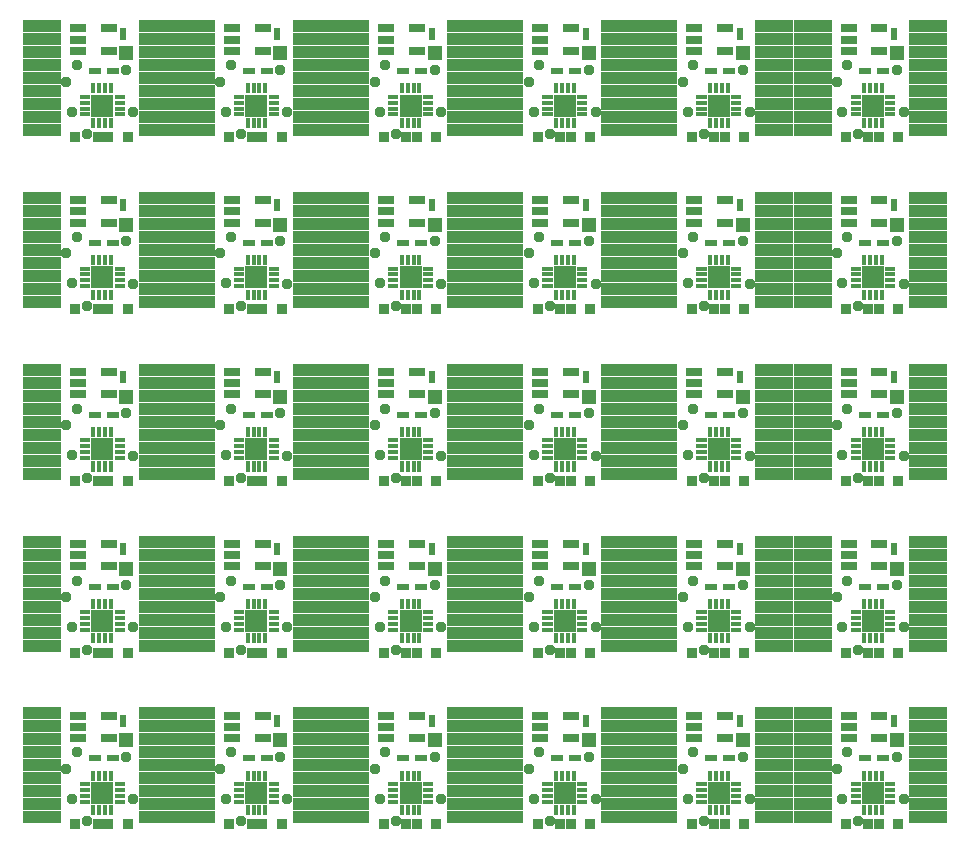
<source format=gbs>
G75*
%MOIN*%
%OFA0B0*%
%FSLAX25Y25*%
%IPPOS*%
%LPD*%
%AMOC8*
5,1,8,0,0,1.08239X$1,22.5*
%
%ADD10R,0.12611X0.03950*%
%ADD11C,0.03950*%
%ADD12R,0.05524X0.02965*%
%ADD13R,0.01981X0.02375*%
%ADD14C,0.01575*%
%ADD15R,0.06890X0.06890*%
%ADD16R,0.01575X0.02756*%
%ADD17R,0.02756X0.01575*%
%ADD18R,0.07493X0.07493*%
%ADD19R,0.05131X0.05131*%
%ADD20R,0.02375X0.01981*%
%ADD21R,0.03556X0.03556*%
%ADD22C,0.03778*%
D10*
X0044799Y0044799D03*
X0044799Y0049130D03*
X0044799Y0053461D03*
X0044799Y0057791D03*
X0044799Y0062122D03*
X0044799Y0066453D03*
X0044799Y0070783D03*
X0044799Y0075114D03*
X0044799Y0079445D03*
X0044799Y0102075D03*
X0044799Y0106406D03*
X0044799Y0110736D03*
X0044799Y0115067D03*
X0044799Y0119398D03*
X0044799Y0123728D03*
X0044799Y0128059D03*
X0044799Y0132390D03*
X0044799Y0136720D03*
X0044799Y0159350D03*
X0044799Y0163681D03*
X0044799Y0168012D03*
X0044799Y0172343D03*
X0044799Y0176673D03*
X0044799Y0181004D03*
X0044799Y0185335D03*
X0044799Y0189665D03*
X0044799Y0193996D03*
X0044799Y0216626D03*
X0044799Y0220957D03*
X0044799Y0225287D03*
X0044799Y0229618D03*
X0044799Y0233949D03*
X0044799Y0238280D03*
X0044799Y0242610D03*
X0044799Y0246941D03*
X0044799Y0251272D03*
X0044799Y0273902D03*
X0044799Y0278232D03*
X0044799Y0282563D03*
X0044799Y0286894D03*
X0044799Y0291224D03*
X0044799Y0295555D03*
X0044799Y0299886D03*
X0044799Y0304217D03*
X0044799Y0308547D03*
X0083382Y0308547D03*
X0083382Y0304217D03*
X0083382Y0299886D03*
X0083382Y0295555D03*
X0083382Y0291224D03*
X0083382Y0286894D03*
X0083382Y0282563D03*
X0083382Y0278232D03*
X0083382Y0273902D03*
X0096169Y0273902D03*
X0096169Y0278232D03*
X0096169Y0282563D03*
X0096169Y0286894D03*
X0096169Y0291224D03*
X0096169Y0295555D03*
X0096169Y0299886D03*
X0096169Y0304217D03*
X0096169Y0308547D03*
X0134752Y0308547D03*
X0134752Y0304217D03*
X0134752Y0299886D03*
X0134752Y0295555D03*
X0134752Y0291224D03*
X0134752Y0286894D03*
X0134752Y0282563D03*
X0134752Y0278232D03*
X0134752Y0273902D03*
X0147539Y0273902D03*
X0147539Y0278232D03*
X0147539Y0282563D03*
X0147539Y0286894D03*
X0147539Y0291224D03*
X0147539Y0295555D03*
X0147539Y0299886D03*
X0147539Y0304217D03*
X0147539Y0308547D03*
X0186122Y0308547D03*
X0186122Y0304217D03*
X0186122Y0299886D03*
X0186122Y0295555D03*
X0186122Y0291224D03*
X0186122Y0286894D03*
X0186122Y0282563D03*
X0186122Y0278232D03*
X0186122Y0273902D03*
X0198909Y0273902D03*
X0198909Y0278232D03*
X0198909Y0282563D03*
X0198909Y0286894D03*
X0198909Y0291224D03*
X0198909Y0295555D03*
X0198909Y0299886D03*
X0198909Y0304217D03*
X0198909Y0308547D03*
X0237492Y0308547D03*
X0237492Y0304217D03*
X0237492Y0299886D03*
X0237492Y0295555D03*
X0237492Y0291224D03*
X0237492Y0286894D03*
X0237492Y0282563D03*
X0237492Y0278232D03*
X0237492Y0273902D03*
X0250280Y0273902D03*
X0250280Y0278232D03*
X0250280Y0282563D03*
X0250280Y0286894D03*
X0250280Y0291224D03*
X0250280Y0295555D03*
X0250280Y0299886D03*
X0250280Y0304217D03*
X0250280Y0308547D03*
X0288862Y0308547D03*
X0288862Y0304217D03*
X0288862Y0299886D03*
X0288862Y0295555D03*
X0288862Y0291224D03*
X0288862Y0286894D03*
X0288862Y0282563D03*
X0288862Y0278232D03*
X0288862Y0273902D03*
X0301650Y0273902D03*
X0301650Y0278232D03*
X0301650Y0282563D03*
X0301650Y0286894D03*
X0301650Y0291224D03*
X0301650Y0295555D03*
X0301650Y0299886D03*
X0301650Y0304217D03*
X0301650Y0308547D03*
X0340232Y0308547D03*
X0340232Y0304217D03*
X0340232Y0299886D03*
X0340232Y0295555D03*
X0340232Y0291224D03*
X0340232Y0286894D03*
X0340232Y0282563D03*
X0340232Y0278232D03*
X0340232Y0273902D03*
X0340232Y0251272D03*
X0340232Y0246941D03*
X0340232Y0242610D03*
X0340232Y0238280D03*
X0340232Y0233949D03*
X0340232Y0229618D03*
X0340232Y0225287D03*
X0340232Y0220957D03*
X0340232Y0216626D03*
X0340232Y0193996D03*
X0340232Y0189665D03*
X0340232Y0185335D03*
X0340232Y0181004D03*
X0340232Y0176673D03*
X0340232Y0172343D03*
X0340232Y0168012D03*
X0340232Y0163681D03*
X0340232Y0159350D03*
X0340232Y0136720D03*
X0340232Y0132390D03*
X0340232Y0128059D03*
X0340232Y0123728D03*
X0340232Y0119398D03*
X0340232Y0115067D03*
X0340232Y0110736D03*
X0340232Y0106406D03*
X0340232Y0102075D03*
X0340232Y0079445D03*
X0340232Y0075114D03*
X0340232Y0070783D03*
X0340232Y0066453D03*
X0340232Y0062122D03*
X0340232Y0057791D03*
X0340232Y0053461D03*
X0340232Y0049130D03*
X0340232Y0044799D03*
X0301650Y0044799D03*
X0301650Y0049130D03*
X0301650Y0053461D03*
X0301650Y0057791D03*
X0301650Y0062122D03*
X0301650Y0066453D03*
X0301650Y0070783D03*
X0301650Y0075114D03*
X0301650Y0079445D03*
X0288862Y0079445D03*
X0288862Y0075114D03*
X0288862Y0070783D03*
X0288862Y0066453D03*
X0288862Y0062122D03*
X0288862Y0057791D03*
X0288862Y0053461D03*
X0288862Y0049130D03*
X0288862Y0044799D03*
X0250280Y0044799D03*
X0250280Y0049130D03*
X0250280Y0053461D03*
X0250280Y0057791D03*
X0250280Y0062122D03*
X0250280Y0066453D03*
X0250280Y0070783D03*
X0250280Y0075114D03*
X0250280Y0079445D03*
X0237492Y0079445D03*
X0237492Y0075114D03*
X0237492Y0070783D03*
X0237492Y0066453D03*
X0237492Y0062122D03*
X0237492Y0057791D03*
X0237492Y0053461D03*
X0237492Y0049130D03*
X0237492Y0044799D03*
X0198909Y0044799D03*
X0198909Y0049130D03*
X0198909Y0053461D03*
X0198909Y0057791D03*
X0198909Y0062122D03*
X0198909Y0066453D03*
X0198909Y0070783D03*
X0198909Y0075114D03*
X0198909Y0079445D03*
X0186122Y0079445D03*
X0186122Y0075114D03*
X0186122Y0070783D03*
X0186122Y0066453D03*
X0186122Y0062122D03*
X0186122Y0057791D03*
X0186122Y0053461D03*
X0186122Y0049130D03*
X0186122Y0044799D03*
X0147539Y0044799D03*
X0147539Y0049130D03*
X0147539Y0053461D03*
X0147539Y0057791D03*
X0147539Y0062122D03*
X0147539Y0066453D03*
X0147539Y0070783D03*
X0147539Y0075114D03*
X0147539Y0079445D03*
X0134752Y0079445D03*
X0134752Y0075114D03*
X0134752Y0070783D03*
X0134752Y0066453D03*
X0134752Y0062122D03*
X0134752Y0057791D03*
X0134752Y0053461D03*
X0134752Y0049130D03*
X0134752Y0044799D03*
X0096169Y0044799D03*
X0096169Y0049130D03*
X0096169Y0053461D03*
X0096169Y0057791D03*
X0096169Y0062122D03*
X0096169Y0066453D03*
X0096169Y0070783D03*
X0096169Y0075114D03*
X0096169Y0079445D03*
X0083382Y0079445D03*
X0083382Y0075114D03*
X0083382Y0070783D03*
X0083382Y0066453D03*
X0083382Y0062122D03*
X0083382Y0057791D03*
X0083382Y0053461D03*
X0083382Y0049130D03*
X0083382Y0044799D03*
X0083382Y0102075D03*
X0083382Y0106406D03*
X0083382Y0110736D03*
X0083382Y0115067D03*
X0083382Y0119398D03*
X0083382Y0123728D03*
X0083382Y0128059D03*
X0083382Y0132390D03*
X0083382Y0136720D03*
X0096169Y0136720D03*
X0096169Y0132390D03*
X0096169Y0128059D03*
X0096169Y0123728D03*
X0096169Y0119398D03*
X0096169Y0115067D03*
X0096169Y0110736D03*
X0096169Y0106406D03*
X0096169Y0102075D03*
X0134752Y0102075D03*
X0134752Y0106406D03*
X0134752Y0110736D03*
X0134752Y0115067D03*
X0134752Y0119398D03*
X0134752Y0123728D03*
X0134752Y0128059D03*
X0134752Y0132390D03*
X0134752Y0136720D03*
X0147539Y0136720D03*
X0147539Y0132390D03*
X0147539Y0128059D03*
X0147539Y0123728D03*
X0147539Y0119398D03*
X0147539Y0115067D03*
X0147539Y0110736D03*
X0147539Y0106406D03*
X0147539Y0102075D03*
X0186122Y0102075D03*
X0186122Y0106406D03*
X0186122Y0110736D03*
X0186122Y0115067D03*
X0186122Y0119398D03*
X0186122Y0123728D03*
X0186122Y0128059D03*
X0186122Y0132390D03*
X0186122Y0136720D03*
X0198909Y0136720D03*
X0198909Y0132390D03*
X0198909Y0128059D03*
X0198909Y0123728D03*
X0198909Y0119398D03*
X0198909Y0115067D03*
X0198909Y0110736D03*
X0198909Y0106406D03*
X0198909Y0102075D03*
X0237492Y0102075D03*
X0237492Y0106406D03*
X0237492Y0110736D03*
X0237492Y0115067D03*
X0237492Y0119398D03*
X0237492Y0123728D03*
X0237492Y0128059D03*
X0237492Y0132390D03*
X0237492Y0136720D03*
X0250280Y0136720D03*
X0250280Y0132390D03*
X0250280Y0128059D03*
X0250280Y0123728D03*
X0250280Y0119398D03*
X0250280Y0115067D03*
X0250280Y0110736D03*
X0250280Y0106406D03*
X0250280Y0102075D03*
X0288862Y0102075D03*
X0288862Y0106406D03*
X0288862Y0110736D03*
X0288862Y0115067D03*
X0288862Y0119398D03*
X0288862Y0123728D03*
X0288862Y0128059D03*
X0288862Y0132390D03*
X0288862Y0136720D03*
X0301650Y0136720D03*
X0301650Y0132390D03*
X0301650Y0128059D03*
X0301650Y0123728D03*
X0301650Y0119398D03*
X0301650Y0115067D03*
X0301650Y0110736D03*
X0301650Y0106406D03*
X0301650Y0102075D03*
X0301650Y0159350D03*
X0301650Y0163681D03*
X0301650Y0168012D03*
X0301650Y0172343D03*
X0301650Y0176673D03*
X0301650Y0181004D03*
X0301650Y0185335D03*
X0301650Y0189665D03*
X0301650Y0193996D03*
X0288862Y0193996D03*
X0288862Y0189665D03*
X0288862Y0185335D03*
X0288862Y0181004D03*
X0288862Y0176673D03*
X0288862Y0172343D03*
X0288862Y0168012D03*
X0288862Y0163681D03*
X0288862Y0159350D03*
X0250280Y0159350D03*
X0250280Y0163681D03*
X0250280Y0168012D03*
X0250280Y0172343D03*
X0250280Y0176673D03*
X0250280Y0181004D03*
X0250280Y0185335D03*
X0250280Y0189665D03*
X0250280Y0193996D03*
X0237492Y0193996D03*
X0237492Y0189665D03*
X0237492Y0185335D03*
X0237492Y0181004D03*
X0237492Y0176673D03*
X0237492Y0172343D03*
X0237492Y0168012D03*
X0237492Y0163681D03*
X0237492Y0159350D03*
X0198909Y0159350D03*
X0198909Y0163681D03*
X0198909Y0168012D03*
X0198909Y0172343D03*
X0198909Y0176673D03*
X0198909Y0181004D03*
X0198909Y0185335D03*
X0198909Y0189665D03*
X0198909Y0193996D03*
X0186122Y0193996D03*
X0186122Y0189665D03*
X0186122Y0185335D03*
X0186122Y0181004D03*
X0186122Y0176673D03*
X0186122Y0172343D03*
X0186122Y0168012D03*
X0186122Y0163681D03*
X0186122Y0159350D03*
X0147539Y0159350D03*
X0147539Y0163681D03*
X0147539Y0168012D03*
X0147539Y0172343D03*
X0147539Y0176673D03*
X0147539Y0181004D03*
X0147539Y0185335D03*
X0147539Y0189665D03*
X0147539Y0193996D03*
X0134752Y0193996D03*
X0134752Y0189665D03*
X0134752Y0185335D03*
X0134752Y0181004D03*
X0134752Y0176673D03*
X0134752Y0172343D03*
X0134752Y0168012D03*
X0134752Y0163681D03*
X0134752Y0159350D03*
X0096169Y0159350D03*
X0096169Y0163681D03*
X0096169Y0168012D03*
X0096169Y0172343D03*
X0096169Y0176673D03*
X0096169Y0181004D03*
X0096169Y0185335D03*
X0096169Y0189665D03*
X0096169Y0193996D03*
X0083382Y0193996D03*
X0083382Y0189665D03*
X0083382Y0185335D03*
X0083382Y0181004D03*
X0083382Y0176673D03*
X0083382Y0172343D03*
X0083382Y0168012D03*
X0083382Y0163681D03*
X0083382Y0159350D03*
X0083382Y0216626D03*
X0083382Y0220957D03*
X0083382Y0225287D03*
X0083382Y0229618D03*
X0083382Y0233949D03*
X0083382Y0238280D03*
X0083382Y0242610D03*
X0083382Y0246941D03*
X0083382Y0251272D03*
X0096169Y0251272D03*
X0096169Y0246941D03*
X0096169Y0242610D03*
X0096169Y0238280D03*
X0096169Y0233949D03*
X0096169Y0229618D03*
X0096169Y0225287D03*
X0096169Y0220957D03*
X0096169Y0216626D03*
X0134752Y0216626D03*
X0134752Y0220957D03*
X0134752Y0225287D03*
X0134752Y0229618D03*
X0134752Y0233949D03*
X0134752Y0238280D03*
X0134752Y0242610D03*
X0134752Y0246941D03*
X0134752Y0251272D03*
X0147539Y0251272D03*
X0147539Y0246941D03*
X0147539Y0242610D03*
X0147539Y0238280D03*
X0147539Y0233949D03*
X0147539Y0229618D03*
X0147539Y0225287D03*
X0147539Y0220957D03*
X0147539Y0216626D03*
X0186122Y0216626D03*
X0186122Y0220957D03*
X0186122Y0225287D03*
X0186122Y0229618D03*
X0186122Y0233949D03*
X0186122Y0238280D03*
X0186122Y0242610D03*
X0186122Y0246941D03*
X0186122Y0251272D03*
X0198909Y0251272D03*
X0198909Y0246941D03*
X0198909Y0242610D03*
X0198909Y0238280D03*
X0198909Y0233949D03*
X0198909Y0229618D03*
X0198909Y0225287D03*
X0198909Y0220957D03*
X0198909Y0216626D03*
X0237492Y0216626D03*
X0237492Y0220957D03*
X0237492Y0225287D03*
X0237492Y0229618D03*
X0237492Y0233949D03*
X0237492Y0238280D03*
X0237492Y0242610D03*
X0237492Y0246941D03*
X0237492Y0251272D03*
X0250280Y0251272D03*
X0250280Y0246941D03*
X0250280Y0242610D03*
X0250280Y0238280D03*
X0250280Y0233949D03*
X0250280Y0229618D03*
X0250280Y0225287D03*
X0250280Y0220957D03*
X0250280Y0216626D03*
X0288862Y0216626D03*
X0288862Y0220957D03*
X0288862Y0225287D03*
X0288862Y0229618D03*
X0288862Y0233949D03*
X0288862Y0238280D03*
X0288862Y0242610D03*
X0288862Y0246941D03*
X0288862Y0251272D03*
X0301650Y0251272D03*
X0301650Y0246941D03*
X0301650Y0242610D03*
X0301650Y0238280D03*
X0301650Y0233949D03*
X0301650Y0229618D03*
X0301650Y0225287D03*
X0301650Y0220957D03*
X0301650Y0216626D03*
D11*
X0044405Y0044799D03*
X0044405Y0049130D03*
X0044405Y0053461D03*
X0044405Y0057791D03*
X0044405Y0062122D03*
X0044405Y0066453D03*
X0044405Y0070783D03*
X0044405Y0075114D03*
X0044405Y0079445D03*
X0048736Y0079445D03*
X0048736Y0075114D03*
X0048736Y0070783D03*
X0048736Y0066453D03*
X0048736Y0062122D03*
X0048736Y0057791D03*
X0048736Y0053461D03*
X0048736Y0049130D03*
X0048736Y0044799D03*
X0079445Y0044799D03*
X0083776Y0044799D03*
X0083776Y0049130D03*
X0079445Y0049130D03*
X0079445Y0053461D03*
X0079445Y0057791D03*
X0083776Y0057791D03*
X0083776Y0053461D03*
X0083776Y0062122D03*
X0083776Y0066453D03*
X0079445Y0066453D03*
X0079445Y0062122D03*
X0079445Y0070783D03*
X0083776Y0070783D03*
X0083776Y0075114D03*
X0083776Y0079445D03*
X0079445Y0079445D03*
X0079445Y0075114D03*
X0095776Y0075114D03*
X0100106Y0075114D03*
X0100106Y0070783D03*
X0095776Y0070783D03*
X0095776Y0066453D03*
X0100106Y0066453D03*
X0100106Y0062122D03*
X0095776Y0062122D03*
X0095776Y0057791D03*
X0100106Y0057791D03*
X0100106Y0053461D03*
X0095776Y0053461D03*
X0095776Y0049130D03*
X0100106Y0049130D03*
X0100106Y0044799D03*
X0095776Y0044799D03*
X0095776Y0079445D03*
X0100106Y0079445D03*
X0100106Y0102075D03*
X0095776Y0102075D03*
X0095776Y0106406D03*
X0095776Y0110736D03*
X0100106Y0110736D03*
X0100106Y0106406D03*
X0100106Y0115067D03*
X0095776Y0115067D03*
X0095776Y0119398D03*
X0100106Y0119398D03*
X0100106Y0123728D03*
X0095776Y0123728D03*
X0095776Y0128059D03*
X0100106Y0128059D03*
X0100106Y0132390D03*
X0095776Y0132390D03*
X0095776Y0136720D03*
X0100106Y0136720D03*
X0083776Y0136720D03*
X0083776Y0132390D03*
X0083776Y0128059D03*
X0083776Y0123728D03*
X0079445Y0123728D03*
X0079445Y0128059D03*
X0079445Y0132390D03*
X0079445Y0136720D03*
X0079445Y0119398D03*
X0083776Y0119398D03*
X0083776Y0115067D03*
X0083776Y0110736D03*
X0083776Y0106406D03*
X0079445Y0106406D03*
X0079445Y0110736D03*
X0079445Y0115067D03*
X0079445Y0102075D03*
X0083776Y0102075D03*
X0048736Y0102075D03*
X0048736Y0106406D03*
X0048736Y0110736D03*
X0048736Y0115067D03*
X0048736Y0119398D03*
X0048736Y0123728D03*
X0048736Y0128059D03*
X0048736Y0132390D03*
X0048736Y0136720D03*
X0044405Y0136720D03*
X0044405Y0132390D03*
X0044405Y0128059D03*
X0044405Y0123728D03*
X0044405Y0119398D03*
X0044405Y0115067D03*
X0044405Y0110736D03*
X0044405Y0106406D03*
X0044405Y0102075D03*
X0044405Y0159350D03*
X0044405Y0163681D03*
X0044405Y0168012D03*
X0044405Y0172343D03*
X0044405Y0176673D03*
X0044405Y0181004D03*
X0044405Y0185335D03*
X0044405Y0189665D03*
X0044405Y0193996D03*
X0048736Y0193996D03*
X0048736Y0189665D03*
X0048736Y0185335D03*
X0048736Y0181004D03*
X0048736Y0176673D03*
X0048736Y0172343D03*
X0048736Y0168012D03*
X0048736Y0163681D03*
X0048736Y0159350D03*
X0079445Y0159350D03*
X0083776Y0159350D03*
X0083776Y0163681D03*
X0083776Y0168012D03*
X0079445Y0168012D03*
X0079445Y0163681D03*
X0079445Y0172343D03*
X0079445Y0176673D03*
X0083776Y0176673D03*
X0083776Y0172343D03*
X0083776Y0181004D03*
X0083776Y0185335D03*
X0083776Y0189665D03*
X0079445Y0189665D03*
X0079445Y0185335D03*
X0079445Y0181004D03*
X0079445Y0193996D03*
X0083776Y0193996D03*
X0095776Y0193996D03*
X0100106Y0193996D03*
X0100106Y0189665D03*
X0100106Y0185335D03*
X0095776Y0185335D03*
X0095776Y0189665D03*
X0095776Y0181004D03*
X0100106Y0181004D03*
X0100106Y0176673D03*
X0095776Y0176673D03*
X0095776Y0172343D03*
X0100106Y0172343D03*
X0100106Y0168012D03*
X0095776Y0168012D03*
X0095776Y0163681D03*
X0100106Y0163681D03*
X0100106Y0159350D03*
X0095776Y0159350D03*
X0130815Y0159350D03*
X0135146Y0159350D03*
X0135146Y0163681D03*
X0135146Y0168012D03*
X0130815Y0168012D03*
X0130815Y0163681D03*
X0130815Y0172343D03*
X0130815Y0176673D03*
X0135146Y0176673D03*
X0135146Y0172343D03*
X0135146Y0181004D03*
X0135146Y0185335D03*
X0135146Y0189665D03*
X0130815Y0189665D03*
X0130815Y0185335D03*
X0130815Y0181004D03*
X0130815Y0193996D03*
X0135146Y0193996D03*
X0147146Y0193996D03*
X0151476Y0193996D03*
X0151476Y0189665D03*
X0147146Y0189665D03*
X0147146Y0185335D03*
X0151476Y0185335D03*
X0151476Y0181004D03*
X0147146Y0181004D03*
X0147146Y0176673D03*
X0151476Y0176673D03*
X0151476Y0172343D03*
X0147146Y0172343D03*
X0147146Y0168012D03*
X0151476Y0168012D03*
X0151476Y0163681D03*
X0147146Y0163681D03*
X0147146Y0159350D03*
X0151476Y0159350D03*
X0151476Y0136720D03*
X0151476Y0132390D03*
X0147146Y0132390D03*
X0147146Y0136720D03*
X0147146Y0128059D03*
X0151476Y0128059D03*
X0151476Y0123728D03*
X0147146Y0123728D03*
X0147146Y0119398D03*
X0151476Y0119398D03*
X0151476Y0115067D03*
X0147146Y0115067D03*
X0147146Y0110736D03*
X0151476Y0110736D03*
X0151476Y0106406D03*
X0147146Y0106406D03*
X0147146Y0102075D03*
X0151476Y0102075D03*
X0135146Y0102075D03*
X0135146Y0106406D03*
X0135146Y0110736D03*
X0135146Y0115067D03*
X0135146Y0119398D03*
X0130815Y0119398D03*
X0130815Y0115067D03*
X0130815Y0110736D03*
X0130815Y0106406D03*
X0130815Y0102075D03*
X0130815Y0123728D03*
X0135146Y0123728D03*
X0135146Y0128059D03*
X0135146Y0132390D03*
X0135146Y0136720D03*
X0130815Y0136720D03*
X0130815Y0132390D03*
X0130815Y0128059D03*
X0182185Y0128059D03*
X0182185Y0123728D03*
X0186516Y0123728D03*
X0186516Y0128059D03*
X0186516Y0132390D03*
X0186516Y0136720D03*
X0182185Y0136720D03*
X0182185Y0132390D03*
X0182185Y0119398D03*
X0186516Y0119398D03*
X0186516Y0115067D03*
X0186516Y0110736D03*
X0186516Y0106406D03*
X0182185Y0106406D03*
X0182185Y0110736D03*
X0182185Y0115067D03*
X0182185Y0102075D03*
X0186516Y0102075D03*
X0198516Y0102075D03*
X0202846Y0102075D03*
X0202846Y0106406D03*
X0202846Y0110736D03*
X0198516Y0110736D03*
X0198516Y0106406D03*
X0198516Y0115067D03*
X0202846Y0115067D03*
X0202846Y0119398D03*
X0198516Y0119398D03*
X0198516Y0123728D03*
X0202846Y0123728D03*
X0202846Y0128059D03*
X0198516Y0128059D03*
X0198516Y0132390D03*
X0202846Y0132390D03*
X0202846Y0136720D03*
X0198516Y0136720D03*
X0198516Y0159350D03*
X0202846Y0159350D03*
X0202846Y0163681D03*
X0198516Y0163681D03*
X0198516Y0168012D03*
X0202846Y0168012D03*
X0202846Y0172343D03*
X0202846Y0176673D03*
X0198516Y0176673D03*
X0198516Y0172343D03*
X0198516Y0181004D03*
X0202846Y0181004D03*
X0202846Y0185335D03*
X0198516Y0185335D03*
X0198516Y0189665D03*
X0202846Y0189665D03*
X0202846Y0193996D03*
X0198516Y0193996D03*
X0186516Y0193996D03*
X0182185Y0193996D03*
X0182185Y0189665D03*
X0182185Y0185335D03*
X0186516Y0185335D03*
X0186516Y0189665D03*
X0186516Y0181004D03*
X0186516Y0176673D03*
X0186516Y0172343D03*
X0182185Y0172343D03*
X0182185Y0176673D03*
X0182185Y0181004D03*
X0182185Y0168012D03*
X0186516Y0168012D03*
X0186516Y0163681D03*
X0186516Y0159350D03*
X0182185Y0159350D03*
X0182185Y0163681D03*
X0233555Y0163681D03*
X0233555Y0159350D03*
X0237886Y0159350D03*
X0237886Y0163681D03*
X0237886Y0168012D03*
X0233555Y0168012D03*
X0233555Y0172343D03*
X0233555Y0176673D03*
X0237886Y0176673D03*
X0237886Y0172343D03*
X0237886Y0181004D03*
X0237886Y0185335D03*
X0237886Y0189665D03*
X0233555Y0189665D03*
X0233555Y0185335D03*
X0233555Y0181004D03*
X0233555Y0193996D03*
X0237886Y0193996D03*
X0249886Y0193996D03*
X0254217Y0193996D03*
X0254217Y0189665D03*
X0254217Y0185335D03*
X0254217Y0181004D03*
X0254217Y0176673D03*
X0254217Y0172343D03*
X0254217Y0168012D03*
X0254217Y0163681D03*
X0254217Y0159350D03*
X0249886Y0159350D03*
X0249886Y0163681D03*
X0249886Y0168012D03*
X0249886Y0172343D03*
X0249886Y0176673D03*
X0249886Y0181004D03*
X0249886Y0185335D03*
X0249886Y0189665D03*
X0249886Y0216626D03*
X0249886Y0220957D03*
X0249886Y0225287D03*
X0249886Y0229618D03*
X0249886Y0233949D03*
X0249886Y0238280D03*
X0249886Y0242610D03*
X0249886Y0246941D03*
X0249886Y0251272D03*
X0254217Y0251272D03*
X0254217Y0246941D03*
X0254217Y0242610D03*
X0254217Y0238280D03*
X0254217Y0233949D03*
X0254217Y0229618D03*
X0254217Y0225287D03*
X0254217Y0220957D03*
X0254217Y0216626D03*
X0237886Y0216626D03*
X0237886Y0220957D03*
X0233555Y0220957D03*
X0233555Y0216626D03*
X0233555Y0225287D03*
X0237886Y0225287D03*
X0237886Y0229618D03*
X0237886Y0233949D03*
X0237886Y0238280D03*
X0233555Y0238280D03*
X0233555Y0233949D03*
X0233555Y0229618D03*
X0233555Y0242610D03*
X0237886Y0242610D03*
X0237886Y0246941D03*
X0237886Y0251272D03*
X0233555Y0251272D03*
X0233555Y0246941D03*
X0233555Y0273902D03*
X0237886Y0273902D03*
X0237886Y0278232D03*
X0233555Y0278232D03*
X0233555Y0282563D03*
X0233555Y0286894D03*
X0233555Y0291224D03*
X0237886Y0291224D03*
X0237886Y0286894D03*
X0237886Y0282563D03*
X0249886Y0282563D03*
X0249886Y0278232D03*
X0249886Y0273902D03*
X0254217Y0273902D03*
X0254217Y0278232D03*
X0254217Y0282563D03*
X0254217Y0286894D03*
X0254217Y0291224D03*
X0254217Y0295555D03*
X0254217Y0299886D03*
X0254217Y0304217D03*
X0254217Y0308547D03*
X0249886Y0308547D03*
X0249886Y0304217D03*
X0249886Y0299886D03*
X0249886Y0295555D03*
X0249886Y0291224D03*
X0249886Y0286894D03*
X0237886Y0295555D03*
X0237886Y0299886D03*
X0237886Y0304217D03*
X0237886Y0308547D03*
X0233555Y0308547D03*
X0233555Y0304217D03*
X0233555Y0299886D03*
X0233555Y0295555D03*
X0202846Y0295555D03*
X0198516Y0295555D03*
X0198516Y0299886D03*
X0202846Y0299886D03*
X0202846Y0304217D03*
X0202846Y0308547D03*
X0198516Y0308547D03*
X0198516Y0304217D03*
X0186516Y0304217D03*
X0186516Y0308547D03*
X0182185Y0308547D03*
X0182185Y0304217D03*
X0182185Y0299886D03*
X0186516Y0299886D03*
X0186516Y0295555D03*
X0182185Y0295555D03*
X0182185Y0291224D03*
X0182185Y0286894D03*
X0186516Y0286894D03*
X0186516Y0291224D03*
X0186516Y0282563D03*
X0186516Y0278232D03*
X0182185Y0278232D03*
X0182185Y0282563D03*
X0182185Y0273902D03*
X0186516Y0273902D03*
X0198516Y0273902D03*
X0202846Y0273902D03*
X0202846Y0278232D03*
X0198516Y0278232D03*
X0198516Y0282563D03*
X0202846Y0282563D03*
X0202846Y0286894D03*
X0198516Y0286894D03*
X0198516Y0291224D03*
X0202846Y0291224D03*
X0202846Y0251272D03*
X0198516Y0251272D03*
X0198516Y0246941D03*
X0202846Y0246941D03*
X0202846Y0242610D03*
X0198516Y0242610D03*
X0198516Y0238280D03*
X0202846Y0238280D03*
X0202846Y0233949D03*
X0198516Y0233949D03*
X0198516Y0229618D03*
X0202846Y0229618D03*
X0202846Y0225287D03*
X0198516Y0225287D03*
X0198516Y0220957D03*
X0202846Y0220957D03*
X0202846Y0216626D03*
X0198516Y0216626D03*
X0186516Y0216626D03*
X0186516Y0220957D03*
X0182185Y0220957D03*
X0182185Y0216626D03*
X0182185Y0225287D03*
X0186516Y0225287D03*
X0186516Y0229618D03*
X0186516Y0233949D03*
X0186516Y0238280D03*
X0182185Y0238280D03*
X0182185Y0233949D03*
X0182185Y0229618D03*
X0182185Y0242610D03*
X0186516Y0242610D03*
X0186516Y0246941D03*
X0186516Y0251272D03*
X0182185Y0251272D03*
X0182185Y0246941D03*
X0151476Y0246941D03*
X0147146Y0246941D03*
X0147146Y0251272D03*
X0151476Y0251272D03*
X0151476Y0242610D03*
X0147146Y0242610D03*
X0147146Y0238280D03*
X0151476Y0238280D03*
X0151476Y0233949D03*
X0147146Y0233949D03*
X0147146Y0229618D03*
X0151476Y0229618D03*
X0151476Y0225287D03*
X0147146Y0225287D03*
X0147146Y0220957D03*
X0151476Y0220957D03*
X0151476Y0216626D03*
X0147146Y0216626D03*
X0135146Y0216626D03*
X0135146Y0220957D03*
X0130815Y0220957D03*
X0130815Y0216626D03*
X0130815Y0225287D03*
X0135146Y0225287D03*
X0135146Y0229618D03*
X0135146Y0233949D03*
X0135146Y0238280D03*
X0130815Y0238280D03*
X0130815Y0233949D03*
X0130815Y0229618D03*
X0130815Y0242610D03*
X0135146Y0242610D03*
X0135146Y0246941D03*
X0135146Y0251272D03*
X0130815Y0251272D03*
X0130815Y0246941D03*
X0130815Y0273902D03*
X0135146Y0273902D03*
X0135146Y0278232D03*
X0135146Y0282563D03*
X0135146Y0286894D03*
X0135146Y0291224D03*
X0130815Y0291224D03*
X0130815Y0286894D03*
X0130815Y0282563D03*
X0130815Y0278232D03*
X0147146Y0278232D03*
X0151476Y0278232D03*
X0151476Y0282563D03*
X0147146Y0282563D03*
X0147146Y0286894D03*
X0151476Y0286894D03*
X0151476Y0291224D03*
X0147146Y0291224D03*
X0147146Y0295555D03*
X0151476Y0295555D03*
X0151476Y0299886D03*
X0147146Y0299886D03*
X0147146Y0304217D03*
X0147146Y0308547D03*
X0151476Y0308547D03*
X0151476Y0304217D03*
X0135146Y0304217D03*
X0135146Y0308547D03*
X0130815Y0308547D03*
X0130815Y0304217D03*
X0130815Y0299886D03*
X0135146Y0299886D03*
X0135146Y0295555D03*
X0130815Y0295555D03*
X0147146Y0273902D03*
X0151476Y0273902D03*
X0100106Y0273902D03*
X0095776Y0273902D03*
X0095776Y0278232D03*
X0100106Y0278232D03*
X0100106Y0282563D03*
X0095776Y0282563D03*
X0095776Y0286894D03*
X0100106Y0286894D03*
X0100106Y0291224D03*
X0095776Y0291224D03*
X0095776Y0295555D03*
X0100106Y0295555D03*
X0100106Y0299886D03*
X0095776Y0299886D03*
X0095776Y0304217D03*
X0095776Y0308547D03*
X0100106Y0308547D03*
X0100106Y0304217D03*
X0083776Y0304217D03*
X0083776Y0308547D03*
X0079445Y0308547D03*
X0079445Y0304217D03*
X0079445Y0299886D03*
X0083776Y0299886D03*
X0083776Y0295555D03*
X0079445Y0295555D03*
X0079445Y0291224D03*
X0079445Y0286894D03*
X0083776Y0286894D03*
X0083776Y0291224D03*
X0083776Y0282563D03*
X0083776Y0278232D03*
X0079445Y0278232D03*
X0079445Y0282563D03*
X0079445Y0273902D03*
X0083776Y0273902D03*
X0083776Y0251272D03*
X0083776Y0246941D03*
X0083776Y0242610D03*
X0079445Y0242610D03*
X0079445Y0246941D03*
X0079445Y0251272D03*
X0079445Y0238280D03*
X0083776Y0238280D03*
X0083776Y0233949D03*
X0083776Y0229618D03*
X0083776Y0225287D03*
X0079445Y0225287D03*
X0079445Y0229618D03*
X0079445Y0233949D03*
X0079445Y0220957D03*
X0083776Y0220957D03*
X0083776Y0216626D03*
X0079445Y0216626D03*
X0095776Y0216626D03*
X0100106Y0216626D03*
X0100106Y0220957D03*
X0095776Y0220957D03*
X0095776Y0225287D03*
X0100106Y0225287D03*
X0100106Y0229618D03*
X0095776Y0229618D03*
X0095776Y0233949D03*
X0100106Y0233949D03*
X0100106Y0238280D03*
X0095776Y0238280D03*
X0095776Y0242610D03*
X0100106Y0242610D03*
X0100106Y0246941D03*
X0095776Y0246941D03*
X0095776Y0251272D03*
X0100106Y0251272D03*
X0048736Y0251272D03*
X0048736Y0246941D03*
X0048736Y0242610D03*
X0048736Y0238280D03*
X0048736Y0233949D03*
X0048736Y0229618D03*
X0048736Y0225287D03*
X0048736Y0220957D03*
X0048736Y0216626D03*
X0044405Y0216626D03*
X0044405Y0220957D03*
X0044405Y0225287D03*
X0044405Y0229618D03*
X0044405Y0233949D03*
X0044405Y0238280D03*
X0044405Y0242610D03*
X0044405Y0246941D03*
X0044405Y0251272D03*
X0044405Y0273902D03*
X0044405Y0278232D03*
X0044405Y0282563D03*
X0044405Y0286894D03*
X0044405Y0291224D03*
X0044405Y0295555D03*
X0044405Y0299886D03*
X0044405Y0304217D03*
X0044405Y0308547D03*
X0048736Y0308547D03*
X0048736Y0304217D03*
X0048736Y0299886D03*
X0048736Y0295555D03*
X0048736Y0291224D03*
X0048736Y0286894D03*
X0048736Y0282563D03*
X0048736Y0278232D03*
X0048736Y0273902D03*
X0233555Y0136720D03*
X0233555Y0132390D03*
X0237886Y0132390D03*
X0237886Y0136720D03*
X0237886Y0128059D03*
X0237886Y0123728D03*
X0233555Y0123728D03*
X0233555Y0128059D03*
X0233555Y0119398D03*
X0237886Y0119398D03*
X0237886Y0115067D03*
X0237886Y0110736D03*
X0237886Y0106406D03*
X0233555Y0106406D03*
X0233555Y0110736D03*
X0233555Y0115067D03*
X0233555Y0102075D03*
X0237886Y0102075D03*
X0249886Y0102075D03*
X0249886Y0106406D03*
X0249886Y0110736D03*
X0249886Y0115067D03*
X0249886Y0119398D03*
X0249886Y0123728D03*
X0249886Y0128059D03*
X0249886Y0132390D03*
X0249886Y0136720D03*
X0254217Y0136720D03*
X0254217Y0132390D03*
X0254217Y0128059D03*
X0254217Y0123728D03*
X0254217Y0119398D03*
X0254217Y0115067D03*
X0254217Y0110736D03*
X0254217Y0106406D03*
X0254217Y0102075D03*
X0254217Y0079445D03*
X0254217Y0075114D03*
X0254217Y0070783D03*
X0254217Y0066453D03*
X0254217Y0062122D03*
X0254217Y0057791D03*
X0254217Y0053461D03*
X0254217Y0049130D03*
X0254217Y0044799D03*
X0249886Y0044799D03*
X0249886Y0049130D03*
X0249886Y0053461D03*
X0249886Y0057791D03*
X0249886Y0062122D03*
X0249886Y0066453D03*
X0249886Y0070783D03*
X0249886Y0075114D03*
X0249886Y0079445D03*
X0237886Y0079445D03*
X0237886Y0075114D03*
X0237886Y0070783D03*
X0233555Y0070783D03*
X0233555Y0075114D03*
X0233555Y0079445D03*
X0233555Y0066453D03*
X0237886Y0066453D03*
X0237886Y0062122D03*
X0237886Y0057791D03*
X0237886Y0053461D03*
X0233555Y0053461D03*
X0233555Y0057791D03*
X0233555Y0062122D03*
X0233555Y0049130D03*
X0233555Y0044799D03*
X0237886Y0044799D03*
X0237886Y0049130D03*
X0202846Y0049130D03*
X0198516Y0049130D03*
X0198516Y0044799D03*
X0202846Y0044799D03*
X0202846Y0053461D03*
X0198516Y0053461D03*
X0198516Y0057791D03*
X0202846Y0057791D03*
X0202846Y0062122D03*
X0198516Y0062122D03*
X0198516Y0066453D03*
X0202846Y0066453D03*
X0202846Y0070783D03*
X0198516Y0070783D03*
X0198516Y0075114D03*
X0202846Y0075114D03*
X0202846Y0079445D03*
X0198516Y0079445D03*
X0186516Y0079445D03*
X0186516Y0075114D03*
X0186516Y0070783D03*
X0182185Y0070783D03*
X0182185Y0075114D03*
X0182185Y0079445D03*
X0182185Y0066453D03*
X0186516Y0066453D03*
X0186516Y0062122D03*
X0186516Y0057791D03*
X0186516Y0053461D03*
X0182185Y0053461D03*
X0182185Y0057791D03*
X0182185Y0062122D03*
X0182185Y0049130D03*
X0186516Y0049130D03*
X0186516Y0044799D03*
X0182185Y0044799D03*
X0151476Y0044799D03*
X0147146Y0044799D03*
X0147146Y0049130D03*
X0151476Y0049130D03*
X0151476Y0053461D03*
X0147146Y0053461D03*
X0147146Y0057791D03*
X0151476Y0057791D03*
X0151476Y0062122D03*
X0147146Y0062122D03*
X0147146Y0066453D03*
X0151476Y0066453D03*
X0151476Y0070783D03*
X0147146Y0070783D03*
X0147146Y0075114D03*
X0151476Y0075114D03*
X0151476Y0079445D03*
X0147146Y0079445D03*
X0135146Y0079445D03*
X0135146Y0075114D03*
X0135146Y0070783D03*
X0130815Y0070783D03*
X0130815Y0075114D03*
X0130815Y0079445D03*
X0130815Y0066453D03*
X0135146Y0066453D03*
X0135146Y0062122D03*
X0135146Y0057791D03*
X0135146Y0053461D03*
X0130815Y0053461D03*
X0130815Y0057791D03*
X0130815Y0062122D03*
X0130815Y0049130D03*
X0135146Y0049130D03*
X0135146Y0044799D03*
X0130815Y0044799D03*
X0284925Y0044799D03*
X0289256Y0044799D03*
X0289256Y0049130D03*
X0284925Y0049130D03*
X0284925Y0053461D03*
X0284925Y0057791D03*
X0289256Y0057791D03*
X0289256Y0053461D03*
X0289256Y0062122D03*
X0289256Y0066453D03*
X0284925Y0066453D03*
X0284925Y0062122D03*
X0284925Y0070783D03*
X0289256Y0070783D03*
X0289256Y0075114D03*
X0284925Y0075114D03*
X0284925Y0079445D03*
X0289256Y0079445D03*
X0301256Y0079445D03*
X0305587Y0079445D03*
X0305587Y0075114D03*
X0305587Y0070783D03*
X0301256Y0070783D03*
X0301256Y0075114D03*
X0301256Y0066453D03*
X0305587Y0066453D03*
X0305587Y0062122D03*
X0305587Y0057791D03*
X0305587Y0053461D03*
X0301256Y0053461D03*
X0301256Y0057791D03*
X0301256Y0062122D03*
X0301256Y0049130D03*
X0305587Y0049130D03*
X0305587Y0044799D03*
X0301256Y0044799D03*
X0336295Y0044799D03*
X0336295Y0049130D03*
X0340626Y0049130D03*
X0340626Y0044799D03*
X0340626Y0053461D03*
X0340626Y0057791D03*
X0336295Y0057791D03*
X0336295Y0053461D03*
X0336295Y0062122D03*
X0336295Y0066453D03*
X0340626Y0066453D03*
X0340626Y0062122D03*
X0340626Y0070783D03*
X0336295Y0070783D03*
X0336295Y0075114D03*
X0336295Y0079445D03*
X0340626Y0079445D03*
X0340626Y0075114D03*
X0340626Y0102075D03*
X0340626Y0106406D03*
X0340626Y0110736D03*
X0336295Y0110736D03*
X0336295Y0106406D03*
X0336295Y0102075D03*
X0336295Y0115067D03*
X0336295Y0119398D03*
X0340626Y0119398D03*
X0340626Y0115067D03*
X0340626Y0123728D03*
X0336295Y0123728D03*
X0336295Y0128059D03*
X0336295Y0132390D03*
X0336295Y0136720D03*
X0340626Y0136720D03*
X0340626Y0132390D03*
X0340626Y0128059D03*
X0340626Y0159350D03*
X0336295Y0159350D03*
X0336295Y0163681D03*
X0336295Y0168012D03*
X0340626Y0168012D03*
X0340626Y0163681D03*
X0340626Y0172343D03*
X0340626Y0176673D03*
X0336295Y0176673D03*
X0336295Y0172343D03*
X0336295Y0181004D03*
X0336295Y0185335D03*
X0336295Y0189665D03*
X0340626Y0189665D03*
X0340626Y0185335D03*
X0340626Y0181004D03*
X0340626Y0193996D03*
X0336295Y0193996D03*
X0336295Y0216626D03*
X0336295Y0220957D03*
X0340626Y0220957D03*
X0340626Y0216626D03*
X0340626Y0225287D03*
X0336295Y0225287D03*
X0336295Y0229618D03*
X0336295Y0233949D03*
X0336295Y0238280D03*
X0340626Y0238280D03*
X0340626Y0233949D03*
X0340626Y0229618D03*
X0340626Y0242610D03*
X0336295Y0242610D03*
X0336295Y0246941D03*
X0336295Y0251272D03*
X0340626Y0251272D03*
X0340626Y0246941D03*
X0340626Y0273902D03*
X0336295Y0273902D03*
X0336295Y0278232D03*
X0340626Y0278232D03*
X0340626Y0282563D03*
X0336295Y0282563D03*
X0336295Y0286894D03*
X0336295Y0291224D03*
X0340626Y0291224D03*
X0340626Y0286894D03*
X0340626Y0295555D03*
X0336295Y0295555D03*
X0336295Y0299886D03*
X0336295Y0304217D03*
X0336295Y0308547D03*
X0340626Y0308547D03*
X0340626Y0304217D03*
X0340626Y0299886D03*
X0305587Y0299886D03*
X0305587Y0304217D03*
X0305587Y0308547D03*
X0301256Y0308547D03*
X0301256Y0304217D03*
X0301256Y0299886D03*
X0301256Y0295555D03*
X0305587Y0295555D03*
X0305587Y0291224D03*
X0305587Y0286894D03*
X0305587Y0282563D03*
X0305587Y0278232D03*
X0301256Y0278232D03*
X0301256Y0282563D03*
X0301256Y0286894D03*
X0301256Y0291224D03*
X0289256Y0291224D03*
X0289256Y0286894D03*
X0284925Y0286894D03*
X0284925Y0291224D03*
X0284925Y0295555D03*
X0284925Y0299886D03*
X0284925Y0304217D03*
X0284925Y0308547D03*
X0289256Y0308547D03*
X0289256Y0304217D03*
X0289256Y0299886D03*
X0289256Y0295555D03*
X0289256Y0282563D03*
X0289256Y0278232D03*
X0284925Y0278232D03*
X0284925Y0282563D03*
X0284925Y0273902D03*
X0289256Y0273902D03*
X0301256Y0273902D03*
X0305587Y0273902D03*
X0305587Y0251272D03*
X0305587Y0246941D03*
X0305587Y0242610D03*
X0301256Y0242610D03*
X0301256Y0246941D03*
X0301256Y0251272D03*
X0289256Y0251272D03*
X0284925Y0251272D03*
X0284925Y0246941D03*
X0284925Y0242610D03*
X0289256Y0242610D03*
X0289256Y0246941D03*
X0289256Y0238280D03*
X0284925Y0238280D03*
X0284925Y0233949D03*
X0284925Y0229618D03*
X0284925Y0225287D03*
X0289256Y0225287D03*
X0289256Y0229618D03*
X0289256Y0233949D03*
X0301256Y0233949D03*
X0301256Y0238280D03*
X0305587Y0238280D03*
X0305587Y0233949D03*
X0305587Y0229618D03*
X0305587Y0225287D03*
X0301256Y0225287D03*
X0301256Y0229618D03*
X0301256Y0220957D03*
X0305587Y0220957D03*
X0305587Y0216626D03*
X0301256Y0216626D03*
X0289256Y0216626D03*
X0289256Y0220957D03*
X0284925Y0220957D03*
X0284925Y0216626D03*
X0284925Y0193996D03*
X0289256Y0193996D03*
X0289256Y0189665D03*
X0289256Y0185335D03*
X0284925Y0185335D03*
X0284925Y0189665D03*
X0284925Y0181004D03*
X0284925Y0176673D03*
X0284925Y0172343D03*
X0289256Y0172343D03*
X0289256Y0176673D03*
X0289256Y0181004D03*
X0301256Y0181004D03*
X0305587Y0181004D03*
X0305587Y0185335D03*
X0305587Y0189665D03*
X0301256Y0189665D03*
X0301256Y0185335D03*
X0301256Y0176673D03*
X0301256Y0172343D03*
X0305587Y0172343D03*
X0305587Y0176673D03*
X0305587Y0168012D03*
X0305587Y0163681D03*
X0305587Y0159350D03*
X0301256Y0159350D03*
X0301256Y0163681D03*
X0301256Y0168012D03*
X0289256Y0168012D03*
X0284925Y0168012D03*
X0284925Y0163681D03*
X0284925Y0159350D03*
X0289256Y0159350D03*
X0289256Y0163681D03*
X0289256Y0136720D03*
X0289256Y0132390D03*
X0284925Y0132390D03*
X0284925Y0136720D03*
X0284925Y0128059D03*
X0284925Y0123728D03*
X0289256Y0123728D03*
X0289256Y0128059D03*
X0289256Y0119398D03*
X0284925Y0119398D03*
X0284925Y0115067D03*
X0284925Y0110736D03*
X0284925Y0106406D03*
X0289256Y0106406D03*
X0289256Y0110736D03*
X0289256Y0115067D03*
X0301256Y0115067D03*
X0305587Y0115067D03*
X0305587Y0119398D03*
X0301256Y0119398D03*
X0301256Y0123728D03*
X0305587Y0123728D03*
X0305587Y0128059D03*
X0305587Y0132390D03*
X0305587Y0136720D03*
X0301256Y0136720D03*
X0301256Y0132390D03*
X0301256Y0128059D03*
X0301256Y0110736D03*
X0301256Y0106406D03*
X0305587Y0106406D03*
X0305587Y0110736D03*
X0305587Y0102075D03*
X0301256Y0102075D03*
X0289256Y0102075D03*
X0284925Y0102075D03*
X0301256Y0193996D03*
X0305587Y0193996D03*
D12*
X0313637Y0193260D03*
X0313637Y0189520D03*
X0313637Y0185780D03*
X0323874Y0185780D03*
X0323874Y0193260D03*
X0272504Y0193260D03*
X0272504Y0185780D03*
X0262267Y0185780D03*
X0262267Y0189520D03*
X0262267Y0193260D03*
X0221134Y0193260D03*
X0221134Y0185780D03*
X0210897Y0185780D03*
X0210897Y0189520D03*
X0210897Y0193260D03*
X0169764Y0193260D03*
X0169764Y0185780D03*
X0159527Y0185780D03*
X0159527Y0189520D03*
X0159527Y0193260D03*
X0118394Y0193260D03*
X0118394Y0185780D03*
X0108157Y0185780D03*
X0108157Y0189520D03*
X0108157Y0193260D03*
X0067024Y0193260D03*
X0056787Y0193260D03*
X0056787Y0189520D03*
X0056787Y0185780D03*
X0067024Y0185780D03*
X0067024Y0135984D03*
X0067024Y0128504D03*
X0056787Y0128504D03*
X0056787Y0132244D03*
X0056787Y0135984D03*
X0108157Y0135984D03*
X0108157Y0132244D03*
X0108157Y0128504D03*
X0118394Y0128504D03*
X0118394Y0135984D03*
X0159527Y0135984D03*
X0159527Y0132244D03*
X0159527Y0128504D03*
X0169764Y0128504D03*
X0169764Y0135984D03*
X0210897Y0135984D03*
X0210897Y0132244D03*
X0210897Y0128504D03*
X0221134Y0128504D03*
X0221134Y0135984D03*
X0262267Y0135984D03*
X0262267Y0132244D03*
X0262267Y0128504D03*
X0272504Y0128504D03*
X0272504Y0135984D03*
X0313637Y0135984D03*
X0313637Y0132244D03*
X0313637Y0128504D03*
X0323874Y0128504D03*
X0323874Y0135984D03*
X0323874Y0078709D03*
X0323874Y0071228D03*
X0313637Y0071228D03*
X0313637Y0074969D03*
X0313637Y0078709D03*
X0272504Y0078709D03*
X0272504Y0071228D03*
X0262267Y0071228D03*
X0262267Y0074969D03*
X0262267Y0078709D03*
X0221134Y0078709D03*
X0221134Y0071228D03*
X0210897Y0071228D03*
X0210897Y0074969D03*
X0210897Y0078709D03*
X0169764Y0078709D03*
X0169764Y0071228D03*
X0159527Y0071228D03*
X0159527Y0074969D03*
X0159527Y0078709D03*
X0118394Y0078709D03*
X0118394Y0071228D03*
X0108157Y0071228D03*
X0108157Y0074969D03*
X0108157Y0078709D03*
X0067024Y0078709D03*
X0067024Y0071228D03*
X0056787Y0071228D03*
X0056787Y0074969D03*
X0056787Y0078709D03*
X0056787Y0243055D03*
X0056787Y0246795D03*
X0056787Y0250535D03*
X0067024Y0250535D03*
X0067024Y0243055D03*
X0108157Y0243055D03*
X0108157Y0246795D03*
X0108157Y0250535D03*
X0118394Y0250535D03*
X0118394Y0243055D03*
X0159527Y0243055D03*
X0159527Y0246795D03*
X0159527Y0250535D03*
X0169764Y0250535D03*
X0169764Y0243055D03*
X0210897Y0243055D03*
X0210897Y0246795D03*
X0210897Y0250535D03*
X0221134Y0250535D03*
X0221134Y0243055D03*
X0262267Y0243055D03*
X0262267Y0246795D03*
X0262267Y0250535D03*
X0272504Y0250535D03*
X0272504Y0243055D03*
X0313637Y0243055D03*
X0313637Y0246795D03*
X0313637Y0250535D03*
X0323874Y0250535D03*
X0323874Y0243055D03*
X0323874Y0300331D03*
X0323874Y0307811D03*
X0313637Y0307811D03*
X0313637Y0304071D03*
X0313637Y0300331D03*
X0272504Y0300331D03*
X0272504Y0307811D03*
X0262267Y0307811D03*
X0262267Y0304071D03*
X0262267Y0300331D03*
X0221134Y0300331D03*
X0221134Y0307811D03*
X0210897Y0307811D03*
X0210897Y0304071D03*
X0210897Y0300331D03*
X0169764Y0300331D03*
X0169764Y0307811D03*
X0159527Y0307811D03*
X0159527Y0304071D03*
X0159527Y0300331D03*
X0118394Y0300331D03*
X0118394Y0307811D03*
X0108157Y0307811D03*
X0108157Y0304071D03*
X0108157Y0300331D03*
X0067024Y0300331D03*
X0067024Y0307811D03*
X0056787Y0307811D03*
X0056787Y0304071D03*
X0056787Y0300331D03*
D13*
X0061405Y0293571D03*
X0063405Y0293571D03*
X0067405Y0293571D03*
X0069405Y0293571D03*
X0112776Y0293571D03*
X0114776Y0293571D03*
X0118776Y0293571D03*
X0120776Y0293571D03*
X0164146Y0293571D03*
X0166146Y0293571D03*
X0170146Y0293571D03*
X0172146Y0293571D03*
X0215516Y0293571D03*
X0217516Y0293571D03*
X0221516Y0293571D03*
X0223516Y0293571D03*
X0266886Y0293571D03*
X0268886Y0293571D03*
X0272886Y0293571D03*
X0274886Y0293571D03*
X0318256Y0293571D03*
X0320256Y0293571D03*
X0324256Y0293571D03*
X0326256Y0293571D03*
X0326256Y0236295D03*
X0324256Y0236295D03*
X0320256Y0236295D03*
X0318256Y0236295D03*
X0274886Y0236295D03*
X0272886Y0236295D03*
X0268886Y0236295D03*
X0266886Y0236295D03*
X0223516Y0236295D03*
X0221516Y0236295D03*
X0217516Y0236295D03*
X0215516Y0236295D03*
X0172146Y0236295D03*
X0170146Y0236295D03*
X0166146Y0236295D03*
X0164146Y0236295D03*
X0120776Y0236295D03*
X0118776Y0236295D03*
X0114776Y0236295D03*
X0112776Y0236295D03*
X0069405Y0236295D03*
X0067405Y0236295D03*
X0063405Y0236295D03*
X0061405Y0236295D03*
X0061405Y0179020D03*
X0063405Y0179020D03*
X0067405Y0179020D03*
X0069405Y0179020D03*
X0112776Y0179020D03*
X0114776Y0179020D03*
X0118776Y0179020D03*
X0120776Y0179020D03*
X0164146Y0179020D03*
X0166146Y0179020D03*
X0170146Y0179020D03*
X0172146Y0179020D03*
X0215516Y0179020D03*
X0217516Y0179020D03*
X0221516Y0179020D03*
X0223516Y0179020D03*
X0266886Y0179020D03*
X0268886Y0179020D03*
X0272886Y0179020D03*
X0274886Y0179020D03*
X0318256Y0179020D03*
X0320256Y0179020D03*
X0324256Y0179020D03*
X0326256Y0179020D03*
X0326256Y0121744D03*
X0324256Y0121744D03*
X0320256Y0121744D03*
X0318256Y0121744D03*
X0274886Y0121744D03*
X0272886Y0121744D03*
X0268886Y0121744D03*
X0266886Y0121744D03*
X0223516Y0121744D03*
X0221516Y0121744D03*
X0217516Y0121744D03*
X0215516Y0121744D03*
X0172146Y0121744D03*
X0170146Y0121744D03*
X0166146Y0121744D03*
X0164146Y0121744D03*
X0120776Y0121744D03*
X0118776Y0121744D03*
X0114776Y0121744D03*
X0112776Y0121744D03*
X0069405Y0121744D03*
X0067405Y0121744D03*
X0063405Y0121744D03*
X0061405Y0121744D03*
X0061405Y0064469D03*
X0063405Y0064469D03*
X0067405Y0064469D03*
X0069405Y0064469D03*
X0112776Y0064469D03*
X0114776Y0064469D03*
X0118776Y0064469D03*
X0120776Y0064469D03*
X0164146Y0064469D03*
X0166146Y0064469D03*
X0170146Y0064469D03*
X0172146Y0064469D03*
X0215516Y0064469D03*
X0217516Y0064469D03*
X0221516Y0064469D03*
X0223516Y0064469D03*
X0266886Y0064469D03*
X0268886Y0064469D03*
X0272886Y0064469D03*
X0274886Y0064469D03*
X0318256Y0064469D03*
X0320256Y0064469D03*
X0324256Y0064469D03*
X0326256Y0064469D03*
D14*
X0324709Y0057693D03*
X0322740Y0057693D03*
X0320772Y0057693D03*
X0318803Y0057693D03*
X0317031Y0055921D03*
X0317031Y0053953D03*
X0317031Y0051984D03*
X0317031Y0050016D03*
X0318803Y0048244D03*
X0320772Y0048244D03*
X0322740Y0048244D03*
X0324709Y0048244D03*
X0326480Y0050016D03*
X0326480Y0051984D03*
X0326480Y0053953D03*
X0326480Y0055921D03*
X0275110Y0055921D03*
X0275110Y0053953D03*
X0275110Y0051984D03*
X0275110Y0050016D03*
X0273339Y0048244D03*
X0271370Y0048244D03*
X0269402Y0048244D03*
X0267433Y0048244D03*
X0265661Y0050016D03*
X0265661Y0051984D03*
X0265661Y0053953D03*
X0265661Y0055921D03*
X0267433Y0057693D03*
X0269402Y0057693D03*
X0271370Y0057693D03*
X0273339Y0057693D03*
X0273339Y0105520D03*
X0271370Y0105520D03*
X0269402Y0105520D03*
X0267433Y0105520D03*
X0265661Y0107291D03*
X0265661Y0109260D03*
X0265661Y0111228D03*
X0265661Y0113197D03*
X0267433Y0114969D03*
X0269402Y0114969D03*
X0271370Y0114969D03*
X0273339Y0114969D03*
X0275110Y0113197D03*
X0275110Y0111228D03*
X0275110Y0109260D03*
X0275110Y0107291D03*
X0317031Y0107291D03*
X0317031Y0109260D03*
X0317031Y0111228D03*
X0317031Y0113197D03*
X0318803Y0114969D03*
X0320772Y0114969D03*
X0322740Y0114969D03*
X0324709Y0114969D03*
X0326480Y0113197D03*
X0326480Y0111228D03*
X0326480Y0109260D03*
X0326480Y0107291D03*
X0324709Y0105520D03*
X0322740Y0105520D03*
X0320772Y0105520D03*
X0318803Y0105520D03*
X0318803Y0162795D03*
X0320772Y0162795D03*
X0322740Y0162795D03*
X0324709Y0162795D03*
X0326480Y0164567D03*
X0326480Y0166535D03*
X0326480Y0168504D03*
X0326480Y0170472D03*
X0324709Y0172244D03*
X0322740Y0172244D03*
X0320772Y0172244D03*
X0318803Y0172244D03*
X0317031Y0170472D03*
X0317031Y0168504D03*
X0317031Y0166535D03*
X0317031Y0164567D03*
X0275110Y0164567D03*
X0275110Y0166535D03*
X0275110Y0168504D03*
X0275110Y0170472D03*
X0273339Y0172244D03*
X0271370Y0172244D03*
X0269402Y0172244D03*
X0267433Y0172244D03*
X0265661Y0170472D03*
X0265661Y0168504D03*
X0265661Y0166535D03*
X0265661Y0164567D03*
X0267433Y0162795D03*
X0269402Y0162795D03*
X0271370Y0162795D03*
X0273339Y0162795D03*
X0223740Y0164567D03*
X0223740Y0166535D03*
X0223740Y0168504D03*
X0223740Y0170472D03*
X0221968Y0172244D03*
X0220000Y0172244D03*
X0218031Y0172244D03*
X0216063Y0172244D03*
X0214291Y0170472D03*
X0214291Y0168504D03*
X0214291Y0166535D03*
X0214291Y0164567D03*
X0216063Y0162795D03*
X0218031Y0162795D03*
X0220000Y0162795D03*
X0221968Y0162795D03*
X0172370Y0164567D03*
X0172370Y0166535D03*
X0172370Y0168504D03*
X0172370Y0170472D03*
X0170598Y0172244D03*
X0168630Y0172244D03*
X0166661Y0172244D03*
X0164693Y0172244D03*
X0162921Y0170472D03*
X0162921Y0168504D03*
X0162921Y0166535D03*
X0162921Y0164567D03*
X0164693Y0162795D03*
X0166661Y0162795D03*
X0168630Y0162795D03*
X0170598Y0162795D03*
X0121000Y0164567D03*
X0121000Y0166535D03*
X0121000Y0168504D03*
X0121000Y0170472D03*
X0119228Y0172244D03*
X0117260Y0172244D03*
X0115291Y0172244D03*
X0113323Y0172244D03*
X0111551Y0170472D03*
X0111551Y0168504D03*
X0111551Y0166535D03*
X0111551Y0164567D03*
X0113323Y0162795D03*
X0115291Y0162795D03*
X0117260Y0162795D03*
X0119228Y0162795D03*
X0069630Y0164567D03*
X0069630Y0166535D03*
X0069630Y0168504D03*
X0069630Y0170472D03*
X0067858Y0172244D03*
X0065890Y0172244D03*
X0063921Y0172244D03*
X0061953Y0172244D03*
X0060181Y0170472D03*
X0060181Y0168504D03*
X0060181Y0166535D03*
X0060181Y0164567D03*
X0061953Y0162795D03*
X0063921Y0162795D03*
X0065890Y0162795D03*
X0067858Y0162795D03*
X0067858Y0114969D03*
X0065890Y0114969D03*
X0063921Y0114969D03*
X0061953Y0114969D03*
X0060181Y0113197D03*
X0060181Y0111228D03*
X0060181Y0109260D03*
X0060181Y0107291D03*
X0061953Y0105520D03*
X0063921Y0105520D03*
X0065890Y0105520D03*
X0067858Y0105520D03*
X0069630Y0107291D03*
X0069630Y0109260D03*
X0069630Y0111228D03*
X0069630Y0113197D03*
X0111551Y0113197D03*
X0111551Y0111228D03*
X0111551Y0109260D03*
X0111551Y0107291D03*
X0113323Y0105520D03*
X0115291Y0105520D03*
X0117260Y0105520D03*
X0119228Y0105520D03*
X0121000Y0107291D03*
X0121000Y0109260D03*
X0121000Y0111228D03*
X0121000Y0113197D03*
X0119228Y0114969D03*
X0117260Y0114969D03*
X0115291Y0114969D03*
X0113323Y0114969D03*
X0162921Y0113197D03*
X0162921Y0111228D03*
X0162921Y0109260D03*
X0162921Y0107291D03*
X0164693Y0105520D03*
X0166661Y0105520D03*
X0168630Y0105520D03*
X0170598Y0105520D03*
X0172370Y0107291D03*
X0172370Y0109260D03*
X0172370Y0111228D03*
X0172370Y0113197D03*
X0170598Y0114969D03*
X0168630Y0114969D03*
X0166661Y0114969D03*
X0164693Y0114969D03*
X0214291Y0113197D03*
X0214291Y0111228D03*
X0214291Y0109260D03*
X0214291Y0107291D03*
X0216063Y0105520D03*
X0218031Y0105520D03*
X0220000Y0105520D03*
X0221968Y0105520D03*
X0223740Y0107291D03*
X0223740Y0109260D03*
X0223740Y0111228D03*
X0223740Y0113197D03*
X0221968Y0114969D03*
X0220000Y0114969D03*
X0218031Y0114969D03*
X0216063Y0114969D03*
X0216063Y0057693D03*
X0218031Y0057693D03*
X0220000Y0057693D03*
X0221968Y0057693D03*
X0223740Y0055921D03*
X0223740Y0053953D03*
X0223740Y0051984D03*
X0223740Y0050016D03*
X0221968Y0048244D03*
X0220000Y0048244D03*
X0218031Y0048244D03*
X0216063Y0048244D03*
X0214291Y0050016D03*
X0214291Y0051984D03*
X0214291Y0053953D03*
X0214291Y0055921D03*
X0172370Y0055921D03*
X0172370Y0053953D03*
X0172370Y0051984D03*
X0172370Y0050016D03*
X0170598Y0048244D03*
X0168630Y0048244D03*
X0166661Y0048244D03*
X0164693Y0048244D03*
X0162921Y0050016D03*
X0162921Y0051984D03*
X0162921Y0053953D03*
X0162921Y0055921D03*
X0164693Y0057693D03*
X0166661Y0057693D03*
X0168630Y0057693D03*
X0170598Y0057693D03*
X0121000Y0055921D03*
X0121000Y0053953D03*
X0121000Y0051984D03*
X0121000Y0050016D03*
X0119228Y0048244D03*
X0117260Y0048244D03*
X0115291Y0048244D03*
X0113323Y0048244D03*
X0111551Y0050016D03*
X0111551Y0051984D03*
X0111551Y0053953D03*
X0111551Y0055921D03*
X0113323Y0057693D03*
X0115291Y0057693D03*
X0117260Y0057693D03*
X0119228Y0057693D03*
X0069630Y0055921D03*
X0069630Y0053953D03*
X0069630Y0051984D03*
X0069630Y0050016D03*
X0067858Y0048244D03*
X0065890Y0048244D03*
X0063921Y0048244D03*
X0061953Y0048244D03*
X0060181Y0050016D03*
X0060181Y0051984D03*
X0060181Y0053953D03*
X0060181Y0055921D03*
X0061953Y0057693D03*
X0063921Y0057693D03*
X0065890Y0057693D03*
X0067858Y0057693D03*
X0067858Y0220071D03*
X0065890Y0220071D03*
X0063921Y0220071D03*
X0061953Y0220071D03*
X0060181Y0221843D03*
X0060181Y0223811D03*
X0060181Y0225780D03*
X0060181Y0227748D03*
X0061953Y0229520D03*
X0063921Y0229520D03*
X0065890Y0229520D03*
X0067858Y0229520D03*
X0069630Y0227748D03*
X0069630Y0225780D03*
X0069630Y0223811D03*
X0069630Y0221843D03*
X0111551Y0221843D03*
X0111551Y0223811D03*
X0111551Y0225780D03*
X0111551Y0227748D03*
X0113323Y0229520D03*
X0115291Y0229520D03*
X0117260Y0229520D03*
X0119228Y0229520D03*
X0121000Y0227748D03*
X0121000Y0225780D03*
X0121000Y0223811D03*
X0121000Y0221843D03*
X0119228Y0220071D03*
X0117260Y0220071D03*
X0115291Y0220071D03*
X0113323Y0220071D03*
X0162921Y0221843D03*
X0162921Y0223811D03*
X0162921Y0225780D03*
X0162921Y0227748D03*
X0164693Y0229520D03*
X0166661Y0229520D03*
X0168630Y0229520D03*
X0170598Y0229520D03*
X0172370Y0227748D03*
X0172370Y0225780D03*
X0172370Y0223811D03*
X0172370Y0221843D03*
X0170598Y0220071D03*
X0168630Y0220071D03*
X0166661Y0220071D03*
X0164693Y0220071D03*
X0214291Y0221843D03*
X0214291Y0223811D03*
X0214291Y0225780D03*
X0214291Y0227748D03*
X0216063Y0229520D03*
X0218031Y0229520D03*
X0220000Y0229520D03*
X0221968Y0229520D03*
X0223740Y0227748D03*
X0223740Y0225780D03*
X0223740Y0223811D03*
X0223740Y0221843D03*
X0221968Y0220071D03*
X0220000Y0220071D03*
X0218031Y0220071D03*
X0216063Y0220071D03*
X0265661Y0221843D03*
X0265661Y0223811D03*
X0265661Y0225780D03*
X0265661Y0227748D03*
X0267433Y0229520D03*
X0269402Y0229520D03*
X0271370Y0229520D03*
X0273339Y0229520D03*
X0275110Y0227748D03*
X0275110Y0225780D03*
X0275110Y0223811D03*
X0275110Y0221843D03*
X0273339Y0220071D03*
X0271370Y0220071D03*
X0269402Y0220071D03*
X0267433Y0220071D03*
X0317031Y0221843D03*
X0317031Y0223811D03*
X0317031Y0225780D03*
X0317031Y0227748D03*
X0318803Y0229520D03*
X0320772Y0229520D03*
X0322740Y0229520D03*
X0324709Y0229520D03*
X0326480Y0227748D03*
X0326480Y0225780D03*
X0326480Y0223811D03*
X0326480Y0221843D03*
X0324709Y0220071D03*
X0322740Y0220071D03*
X0320772Y0220071D03*
X0318803Y0220071D03*
X0318803Y0277346D03*
X0320772Y0277346D03*
X0322740Y0277346D03*
X0324709Y0277346D03*
X0326480Y0279118D03*
X0326480Y0281087D03*
X0326480Y0283055D03*
X0326480Y0285024D03*
X0324709Y0286795D03*
X0322740Y0286795D03*
X0320772Y0286795D03*
X0318803Y0286795D03*
X0317031Y0285024D03*
X0317031Y0283055D03*
X0317031Y0281087D03*
X0317031Y0279118D03*
X0275110Y0279118D03*
X0275110Y0281087D03*
X0275110Y0283055D03*
X0275110Y0285024D03*
X0273339Y0286795D03*
X0271370Y0286795D03*
X0269402Y0286795D03*
X0267433Y0286795D03*
X0265661Y0285024D03*
X0265661Y0283055D03*
X0265661Y0281087D03*
X0265661Y0279118D03*
X0267433Y0277346D03*
X0269402Y0277346D03*
X0271370Y0277346D03*
X0273339Y0277346D03*
X0223740Y0279118D03*
X0223740Y0281087D03*
X0223740Y0283055D03*
X0223740Y0285024D03*
X0221968Y0286795D03*
X0220000Y0286795D03*
X0218031Y0286795D03*
X0216063Y0286795D03*
X0214291Y0285024D03*
X0214291Y0283055D03*
X0214291Y0281087D03*
X0214291Y0279118D03*
X0216063Y0277346D03*
X0218031Y0277346D03*
X0220000Y0277346D03*
X0221968Y0277346D03*
X0172370Y0279118D03*
X0172370Y0281087D03*
X0172370Y0283055D03*
X0172370Y0285024D03*
X0170598Y0286795D03*
X0168630Y0286795D03*
X0166661Y0286795D03*
X0164693Y0286795D03*
X0162921Y0285024D03*
X0162921Y0283055D03*
X0162921Y0281087D03*
X0162921Y0279118D03*
X0164693Y0277346D03*
X0166661Y0277346D03*
X0168630Y0277346D03*
X0170598Y0277346D03*
X0121000Y0279118D03*
X0121000Y0281087D03*
X0121000Y0283055D03*
X0121000Y0285024D03*
X0119228Y0286795D03*
X0117260Y0286795D03*
X0115291Y0286795D03*
X0113323Y0286795D03*
X0111551Y0285024D03*
X0111551Y0283055D03*
X0111551Y0281087D03*
X0111551Y0279118D03*
X0113323Y0277346D03*
X0115291Y0277346D03*
X0117260Y0277346D03*
X0119228Y0277346D03*
X0069630Y0279118D03*
X0069630Y0281087D03*
X0069630Y0283055D03*
X0069630Y0285024D03*
X0067858Y0286795D03*
X0065890Y0286795D03*
X0063921Y0286795D03*
X0061953Y0286795D03*
X0060181Y0285024D03*
X0060181Y0283055D03*
X0060181Y0281087D03*
X0060181Y0279118D03*
X0061953Y0277346D03*
X0063921Y0277346D03*
X0065890Y0277346D03*
X0067858Y0277346D03*
D15*
X0064905Y0282071D03*
X0116276Y0282071D03*
X0167646Y0282071D03*
X0219016Y0282071D03*
X0270386Y0282071D03*
X0321756Y0282071D03*
X0321756Y0224795D03*
X0270386Y0224795D03*
X0219016Y0224795D03*
X0167646Y0224795D03*
X0116276Y0224795D03*
X0064905Y0224795D03*
X0064905Y0167520D03*
X0116276Y0167520D03*
X0167646Y0167520D03*
X0219016Y0167520D03*
X0270386Y0167520D03*
X0321756Y0167520D03*
X0321756Y0110244D03*
X0270386Y0110244D03*
X0219016Y0110244D03*
X0167646Y0110244D03*
X0116276Y0110244D03*
X0064905Y0110244D03*
X0064905Y0052969D03*
X0116276Y0052969D03*
X0167646Y0052969D03*
X0219016Y0052969D03*
X0270386Y0052969D03*
X0321756Y0052969D03*
D16*
X0322740Y0059071D03*
X0320772Y0059071D03*
X0318803Y0059071D03*
X0324709Y0059071D03*
X0324709Y0046866D03*
X0322740Y0046866D03*
X0320772Y0046866D03*
X0318803Y0046866D03*
X0273339Y0046866D03*
X0271370Y0046866D03*
X0269402Y0046866D03*
X0267433Y0046866D03*
X0267433Y0059071D03*
X0269402Y0059071D03*
X0271370Y0059071D03*
X0273339Y0059071D03*
X0273339Y0104142D03*
X0271370Y0104142D03*
X0269402Y0104142D03*
X0267433Y0104142D03*
X0267433Y0116346D03*
X0269402Y0116346D03*
X0271370Y0116346D03*
X0273339Y0116346D03*
X0273339Y0161417D03*
X0271370Y0161417D03*
X0269402Y0161417D03*
X0267433Y0161417D03*
X0267433Y0173622D03*
X0269402Y0173622D03*
X0271370Y0173622D03*
X0273339Y0173622D03*
X0318803Y0173622D03*
X0320772Y0173622D03*
X0322740Y0173622D03*
X0324709Y0173622D03*
X0324709Y0161417D03*
X0322740Y0161417D03*
X0320772Y0161417D03*
X0318803Y0161417D03*
X0318803Y0116346D03*
X0320772Y0116346D03*
X0322740Y0116346D03*
X0324709Y0116346D03*
X0324709Y0104142D03*
X0322740Y0104142D03*
X0320772Y0104142D03*
X0318803Y0104142D03*
X0221968Y0104142D03*
X0220000Y0104142D03*
X0218031Y0104142D03*
X0216063Y0104142D03*
X0216063Y0116346D03*
X0218031Y0116346D03*
X0220000Y0116346D03*
X0221968Y0116346D03*
X0221968Y0161417D03*
X0220000Y0161417D03*
X0218031Y0161417D03*
X0216063Y0161417D03*
X0216063Y0173622D03*
X0218031Y0173622D03*
X0220000Y0173622D03*
X0221968Y0173622D03*
X0221968Y0218693D03*
X0220000Y0218693D03*
X0218031Y0218693D03*
X0216063Y0218693D03*
X0216063Y0230898D03*
X0218031Y0230898D03*
X0220000Y0230898D03*
X0221968Y0230898D03*
X0267433Y0230898D03*
X0269402Y0230898D03*
X0271370Y0230898D03*
X0273339Y0230898D03*
X0273339Y0218693D03*
X0271370Y0218693D03*
X0269402Y0218693D03*
X0267433Y0218693D03*
X0318803Y0218693D03*
X0320772Y0218693D03*
X0322740Y0218693D03*
X0324709Y0218693D03*
X0324709Y0230898D03*
X0322740Y0230898D03*
X0320772Y0230898D03*
X0318803Y0230898D03*
X0318803Y0275969D03*
X0320772Y0275969D03*
X0322740Y0275969D03*
X0324709Y0275969D03*
X0324709Y0288173D03*
X0322740Y0288173D03*
X0320772Y0288173D03*
X0318803Y0288173D03*
X0273339Y0288173D03*
X0271370Y0288173D03*
X0269402Y0288173D03*
X0267433Y0288173D03*
X0267433Y0275969D03*
X0269402Y0275969D03*
X0271370Y0275969D03*
X0273339Y0275969D03*
X0221968Y0275969D03*
X0220000Y0275969D03*
X0218031Y0275969D03*
X0216063Y0275969D03*
X0216063Y0288173D03*
X0218031Y0288173D03*
X0220000Y0288173D03*
X0221968Y0288173D03*
X0170598Y0288173D03*
X0168630Y0288173D03*
X0166661Y0288173D03*
X0164693Y0288173D03*
X0164693Y0275969D03*
X0166661Y0275969D03*
X0168630Y0275969D03*
X0170598Y0275969D03*
X0170598Y0230898D03*
X0168630Y0230898D03*
X0166661Y0230898D03*
X0164693Y0230898D03*
X0164693Y0218693D03*
X0166661Y0218693D03*
X0168630Y0218693D03*
X0170598Y0218693D03*
X0170598Y0173622D03*
X0168630Y0173622D03*
X0166661Y0173622D03*
X0164693Y0173622D03*
X0164693Y0161417D03*
X0166661Y0161417D03*
X0168630Y0161417D03*
X0170598Y0161417D03*
X0170598Y0116346D03*
X0168630Y0116346D03*
X0166661Y0116346D03*
X0164693Y0116346D03*
X0164693Y0104142D03*
X0166661Y0104142D03*
X0168630Y0104142D03*
X0170598Y0104142D03*
X0170598Y0059071D03*
X0168630Y0059071D03*
X0166661Y0059071D03*
X0164693Y0059071D03*
X0164693Y0046866D03*
X0166661Y0046866D03*
X0168630Y0046866D03*
X0170598Y0046866D03*
X0216063Y0046866D03*
X0218031Y0046866D03*
X0220000Y0046866D03*
X0221968Y0046866D03*
X0221968Y0059071D03*
X0220000Y0059071D03*
X0218031Y0059071D03*
X0216063Y0059071D03*
X0119228Y0059071D03*
X0117260Y0059071D03*
X0115291Y0059071D03*
X0113323Y0059071D03*
X0113323Y0046866D03*
X0115291Y0046866D03*
X0117260Y0046866D03*
X0119228Y0046866D03*
X0067858Y0046866D03*
X0065890Y0046866D03*
X0063921Y0046866D03*
X0061953Y0046866D03*
X0061953Y0059071D03*
X0063921Y0059071D03*
X0065890Y0059071D03*
X0067858Y0059071D03*
X0067858Y0104142D03*
X0065890Y0104142D03*
X0063921Y0104142D03*
X0061953Y0104142D03*
X0061953Y0116346D03*
X0063921Y0116346D03*
X0065890Y0116346D03*
X0067858Y0116346D03*
X0067858Y0161417D03*
X0065890Y0161417D03*
X0063921Y0161417D03*
X0061953Y0161417D03*
X0061953Y0173622D03*
X0063921Y0173622D03*
X0065890Y0173622D03*
X0067858Y0173622D03*
X0113323Y0173622D03*
X0115291Y0173622D03*
X0117260Y0173622D03*
X0119228Y0173622D03*
X0119228Y0161417D03*
X0117260Y0161417D03*
X0115291Y0161417D03*
X0113323Y0161417D03*
X0113323Y0116346D03*
X0115291Y0116346D03*
X0117260Y0116346D03*
X0119228Y0116346D03*
X0119228Y0104142D03*
X0117260Y0104142D03*
X0115291Y0104142D03*
X0113323Y0104142D03*
X0113323Y0218693D03*
X0115291Y0218693D03*
X0117260Y0218693D03*
X0119228Y0218693D03*
X0119228Y0230898D03*
X0117260Y0230898D03*
X0115291Y0230898D03*
X0113323Y0230898D03*
X0067858Y0230898D03*
X0065890Y0230898D03*
X0063921Y0230898D03*
X0061953Y0230898D03*
X0061953Y0218693D03*
X0063921Y0218693D03*
X0065890Y0218693D03*
X0067858Y0218693D03*
X0067858Y0275969D03*
X0065890Y0275969D03*
X0063921Y0275969D03*
X0061953Y0275969D03*
X0061953Y0288173D03*
X0063921Y0288173D03*
X0065890Y0288173D03*
X0067858Y0288173D03*
X0113323Y0288173D03*
X0115291Y0288173D03*
X0117260Y0288173D03*
X0119228Y0288173D03*
X0119228Y0275969D03*
X0117260Y0275969D03*
X0115291Y0275969D03*
X0113323Y0275969D03*
D17*
X0110173Y0279118D03*
X0110173Y0281087D03*
X0110173Y0283055D03*
X0110173Y0285024D03*
X0122378Y0285024D03*
X0122378Y0283055D03*
X0122378Y0281087D03*
X0122378Y0279118D03*
X0161543Y0279118D03*
X0161543Y0281087D03*
X0161543Y0283055D03*
X0161543Y0285024D03*
X0173748Y0285024D03*
X0173748Y0283055D03*
X0173748Y0281087D03*
X0173748Y0279118D03*
X0212913Y0279118D03*
X0212913Y0281087D03*
X0212913Y0283055D03*
X0212913Y0285024D03*
X0225118Y0285024D03*
X0225118Y0283055D03*
X0225118Y0281087D03*
X0225118Y0279118D03*
X0264283Y0279118D03*
X0264283Y0281087D03*
X0264283Y0283055D03*
X0264283Y0285024D03*
X0276488Y0285024D03*
X0276488Y0283055D03*
X0276488Y0281087D03*
X0276488Y0279118D03*
X0315654Y0279118D03*
X0315654Y0281087D03*
X0315654Y0283055D03*
X0315654Y0285024D03*
X0327858Y0285024D03*
X0327858Y0283055D03*
X0327858Y0281087D03*
X0327858Y0279118D03*
X0327858Y0227748D03*
X0327858Y0225780D03*
X0327858Y0223811D03*
X0327858Y0221843D03*
X0315654Y0221843D03*
X0315654Y0223811D03*
X0315654Y0225780D03*
X0315654Y0227748D03*
X0276488Y0227748D03*
X0276488Y0225780D03*
X0276488Y0223811D03*
X0276488Y0221843D03*
X0264283Y0221843D03*
X0264283Y0223811D03*
X0264283Y0225780D03*
X0264283Y0227748D03*
X0225118Y0227748D03*
X0225118Y0225780D03*
X0225118Y0223811D03*
X0225118Y0221843D03*
X0212913Y0221843D03*
X0212913Y0223811D03*
X0212913Y0225780D03*
X0212913Y0227748D03*
X0173748Y0227748D03*
X0173748Y0225780D03*
X0173748Y0223811D03*
X0173748Y0221843D03*
X0161543Y0221843D03*
X0161543Y0223811D03*
X0161543Y0225780D03*
X0161543Y0227748D03*
X0122378Y0227748D03*
X0122378Y0225780D03*
X0122378Y0223811D03*
X0122378Y0221843D03*
X0110173Y0221843D03*
X0110173Y0223811D03*
X0110173Y0225780D03*
X0110173Y0227748D03*
X0071008Y0227748D03*
X0071008Y0225780D03*
X0071008Y0223811D03*
X0071008Y0221843D03*
X0058803Y0221843D03*
X0058803Y0223811D03*
X0058803Y0225780D03*
X0058803Y0227748D03*
X0058803Y0279118D03*
X0058803Y0281087D03*
X0058803Y0283055D03*
X0058803Y0285024D03*
X0071008Y0285024D03*
X0071008Y0283055D03*
X0071008Y0281087D03*
X0071008Y0279118D03*
X0071008Y0170472D03*
X0071008Y0168504D03*
X0071008Y0166535D03*
X0071008Y0164567D03*
X0058803Y0164567D03*
X0058803Y0166535D03*
X0058803Y0168504D03*
X0058803Y0170472D03*
X0110173Y0170472D03*
X0110173Y0168504D03*
X0110173Y0166535D03*
X0110173Y0164567D03*
X0122378Y0164567D03*
X0122378Y0166535D03*
X0122378Y0168504D03*
X0122378Y0170472D03*
X0161543Y0170472D03*
X0161543Y0168504D03*
X0161543Y0166535D03*
X0161543Y0164567D03*
X0173748Y0164567D03*
X0173748Y0166535D03*
X0173748Y0168504D03*
X0173748Y0170472D03*
X0212913Y0170472D03*
X0212913Y0168504D03*
X0212913Y0166535D03*
X0212913Y0164567D03*
X0225118Y0164567D03*
X0225118Y0166535D03*
X0225118Y0168504D03*
X0225118Y0170472D03*
X0264283Y0170472D03*
X0264283Y0168504D03*
X0264283Y0166535D03*
X0264283Y0164567D03*
X0276488Y0164567D03*
X0276488Y0166535D03*
X0276488Y0168504D03*
X0276488Y0170472D03*
X0315654Y0170472D03*
X0315654Y0168504D03*
X0315654Y0166535D03*
X0315654Y0164567D03*
X0327858Y0164567D03*
X0327858Y0166535D03*
X0327858Y0168504D03*
X0327858Y0170472D03*
X0327858Y0113197D03*
X0327858Y0111228D03*
X0327858Y0109260D03*
X0327858Y0107291D03*
X0315654Y0107291D03*
X0315654Y0109260D03*
X0315654Y0111228D03*
X0315654Y0113197D03*
X0276488Y0113197D03*
X0276488Y0111228D03*
X0276488Y0109260D03*
X0276488Y0107291D03*
X0264283Y0107291D03*
X0264283Y0109260D03*
X0264283Y0111228D03*
X0264283Y0113197D03*
X0225118Y0113197D03*
X0225118Y0111228D03*
X0225118Y0109260D03*
X0225118Y0107291D03*
X0212913Y0107291D03*
X0212913Y0109260D03*
X0212913Y0111228D03*
X0212913Y0113197D03*
X0173748Y0113197D03*
X0173748Y0111228D03*
X0173748Y0109260D03*
X0173748Y0107291D03*
X0161543Y0107291D03*
X0161543Y0109260D03*
X0161543Y0111228D03*
X0161543Y0113197D03*
X0122378Y0113197D03*
X0122378Y0111228D03*
X0122378Y0109260D03*
X0122378Y0107291D03*
X0110173Y0107291D03*
X0110173Y0109260D03*
X0110173Y0111228D03*
X0110173Y0113197D03*
X0071008Y0113197D03*
X0071008Y0111228D03*
X0071008Y0109260D03*
X0071008Y0107291D03*
X0058803Y0107291D03*
X0058803Y0109260D03*
X0058803Y0111228D03*
X0058803Y0113197D03*
X0058803Y0055921D03*
X0058803Y0053953D03*
X0058803Y0051984D03*
X0058803Y0050016D03*
X0071008Y0050016D03*
X0071008Y0051984D03*
X0071008Y0053953D03*
X0071008Y0055921D03*
X0110173Y0055921D03*
X0110173Y0053953D03*
X0110173Y0051984D03*
X0110173Y0050016D03*
X0122378Y0050016D03*
X0122378Y0051984D03*
X0122378Y0053953D03*
X0122378Y0055921D03*
X0161543Y0055921D03*
X0161543Y0053953D03*
X0161543Y0051984D03*
X0161543Y0050016D03*
X0173748Y0050016D03*
X0173748Y0051984D03*
X0173748Y0053953D03*
X0173748Y0055921D03*
X0212913Y0055921D03*
X0212913Y0053953D03*
X0212913Y0051984D03*
X0212913Y0050016D03*
X0225118Y0050016D03*
X0225118Y0051984D03*
X0225118Y0053953D03*
X0225118Y0055921D03*
X0264283Y0055921D03*
X0264283Y0053953D03*
X0264283Y0051984D03*
X0264283Y0050016D03*
X0276488Y0050016D03*
X0276488Y0051984D03*
X0276488Y0053953D03*
X0276488Y0055921D03*
X0315654Y0055921D03*
X0315654Y0053953D03*
X0315654Y0051984D03*
X0315654Y0050016D03*
X0327858Y0050016D03*
X0327858Y0051984D03*
X0327858Y0053953D03*
X0327858Y0055921D03*
D18*
X0321756Y0052969D03*
X0270386Y0052969D03*
X0219016Y0052969D03*
X0167646Y0052969D03*
X0116276Y0052969D03*
X0064905Y0052969D03*
X0064905Y0110244D03*
X0116276Y0110244D03*
X0167646Y0110244D03*
X0219016Y0110244D03*
X0270386Y0110244D03*
X0321756Y0110244D03*
X0321756Y0167520D03*
X0270386Y0167520D03*
X0219016Y0167520D03*
X0167646Y0167520D03*
X0116276Y0167520D03*
X0064905Y0167520D03*
X0064905Y0224795D03*
X0116276Y0224795D03*
X0167646Y0224795D03*
X0219016Y0224795D03*
X0270386Y0224795D03*
X0321756Y0224795D03*
X0321756Y0282071D03*
X0270386Y0282071D03*
X0219016Y0282071D03*
X0167646Y0282071D03*
X0116276Y0282071D03*
X0064905Y0282071D03*
D19*
X0072905Y0299571D03*
X0124276Y0299571D03*
X0175646Y0299571D03*
X0227016Y0299571D03*
X0278386Y0299571D03*
X0329756Y0299571D03*
X0329756Y0242295D03*
X0278386Y0242295D03*
X0227016Y0242295D03*
X0175646Y0242295D03*
X0124276Y0242295D03*
X0072905Y0242295D03*
X0072905Y0185020D03*
X0124276Y0185020D03*
X0175646Y0185020D03*
X0227016Y0185020D03*
X0278386Y0185020D03*
X0329756Y0185020D03*
X0329756Y0127744D03*
X0278386Y0127744D03*
X0227016Y0127744D03*
X0175646Y0127744D03*
X0124276Y0127744D03*
X0072905Y0127744D03*
X0072905Y0070469D03*
X0124276Y0070469D03*
X0175646Y0070469D03*
X0227016Y0070469D03*
X0278386Y0070469D03*
X0329756Y0070469D03*
D20*
X0328756Y0075969D03*
X0328756Y0077969D03*
X0277386Y0077969D03*
X0277386Y0075969D03*
X0226016Y0075969D03*
X0226016Y0077969D03*
X0174646Y0077969D03*
X0174646Y0075969D03*
X0123276Y0075969D03*
X0123276Y0077969D03*
X0071905Y0077969D03*
X0071905Y0075969D03*
X0071905Y0133244D03*
X0071905Y0135244D03*
X0123276Y0135244D03*
X0123276Y0133244D03*
X0174646Y0133244D03*
X0174646Y0135244D03*
X0226016Y0135244D03*
X0226016Y0133244D03*
X0277386Y0133244D03*
X0277386Y0135244D03*
X0328756Y0135244D03*
X0328756Y0133244D03*
X0328756Y0190520D03*
X0328756Y0192520D03*
X0277386Y0192520D03*
X0277386Y0190520D03*
X0226016Y0190520D03*
X0226016Y0192520D03*
X0174646Y0192520D03*
X0174646Y0190520D03*
X0123276Y0190520D03*
X0123276Y0192520D03*
X0071905Y0192520D03*
X0071905Y0190520D03*
X0071905Y0247795D03*
X0071905Y0249795D03*
X0123276Y0249795D03*
X0123276Y0247795D03*
X0174646Y0247795D03*
X0174646Y0249795D03*
X0226016Y0249795D03*
X0226016Y0247795D03*
X0277386Y0247795D03*
X0277386Y0249795D03*
X0328756Y0249795D03*
X0328756Y0247795D03*
X0328756Y0305071D03*
X0328756Y0307071D03*
X0277386Y0307071D03*
X0277386Y0305071D03*
X0226016Y0305071D03*
X0226016Y0307071D03*
X0174646Y0307071D03*
X0174646Y0305071D03*
X0123276Y0305071D03*
X0123276Y0307071D03*
X0071905Y0307071D03*
X0071905Y0305071D03*
D21*
X0073405Y0271571D03*
X0066905Y0271571D03*
X0063405Y0271571D03*
X0055905Y0271571D03*
X0107276Y0271571D03*
X0114776Y0271571D03*
X0118276Y0271571D03*
X0124776Y0271571D03*
X0158646Y0271571D03*
X0166146Y0271571D03*
X0169646Y0271571D03*
X0176146Y0271571D03*
X0210016Y0271571D03*
X0217516Y0271571D03*
X0221016Y0271571D03*
X0227516Y0271571D03*
X0261386Y0271571D03*
X0268886Y0271571D03*
X0272386Y0271571D03*
X0278886Y0271571D03*
X0312756Y0271571D03*
X0320256Y0271571D03*
X0323756Y0271571D03*
X0330256Y0271571D03*
X0330256Y0214295D03*
X0323756Y0214295D03*
X0320256Y0214295D03*
X0312756Y0214295D03*
X0278886Y0214295D03*
X0272386Y0214295D03*
X0268886Y0214295D03*
X0261386Y0214295D03*
X0227516Y0214295D03*
X0221016Y0214295D03*
X0217516Y0214295D03*
X0210016Y0214295D03*
X0176146Y0214295D03*
X0169646Y0214295D03*
X0166146Y0214295D03*
X0158646Y0214295D03*
X0124776Y0214295D03*
X0118276Y0214295D03*
X0114776Y0214295D03*
X0107276Y0214295D03*
X0073405Y0214295D03*
X0066905Y0214295D03*
X0063405Y0214295D03*
X0055905Y0214295D03*
X0055905Y0157020D03*
X0063405Y0157020D03*
X0066905Y0157020D03*
X0073405Y0157020D03*
X0107276Y0157020D03*
X0114776Y0157020D03*
X0118276Y0157020D03*
X0124776Y0157020D03*
X0158646Y0157020D03*
X0166146Y0157020D03*
X0169646Y0157020D03*
X0176146Y0157020D03*
X0210016Y0157020D03*
X0217516Y0157020D03*
X0221016Y0157020D03*
X0227516Y0157020D03*
X0261386Y0157020D03*
X0268886Y0157020D03*
X0272386Y0157020D03*
X0278886Y0157020D03*
X0312756Y0157020D03*
X0320256Y0157020D03*
X0323756Y0157020D03*
X0330256Y0157020D03*
X0330256Y0099744D03*
X0323756Y0099744D03*
X0320256Y0099744D03*
X0312756Y0099744D03*
X0278886Y0099744D03*
X0272386Y0099744D03*
X0268886Y0099744D03*
X0261386Y0099744D03*
X0227516Y0099744D03*
X0221016Y0099744D03*
X0217516Y0099744D03*
X0210016Y0099744D03*
X0176146Y0099744D03*
X0169646Y0099744D03*
X0166146Y0099744D03*
X0158646Y0099744D03*
X0124776Y0099744D03*
X0118276Y0099744D03*
X0114776Y0099744D03*
X0107276Y0099744D03*
X0073405Y0099744D03*
X0066905Y0099744D03*
X0063405Y0099744D03*
X0055905Y0099744D03*
X0055905Y0042469D03*
X0063405Y0042469D03*
X0066905Y0042469D03*
X0073405Y0042469D03*
X0107276Y0042469D03*
X0114776Y0042469D03*
X0118276Y0042469D03*
X0124776Y0042469D03*
X0158646Y0042469D03*
X0166146Y0042469D03*
X0169646Y0042469D03*
X0176146Y0042469D03*
X0210016Y0042469D03*
X0217516Y0042469D03*
X0221016Y0042469D03*
X0227516Y0042469D03*
X0261386Y0042469D03*
X0268886Y0042469D03*
X0272386Y0042469D03*
X0278886Y0042469D03*
X0312756Y0042469D03*
X0320256Y0042469D03*
X0323756Y0042469D03*
X0330256Y0042469D03*
D22*
X0332034Y0050872D03*
X0329738Y0064969D03*
X0313256Y0066469D03*
X0309756Y0060969D03*
X0311478Y0050963D03*
X0316756Y0043469D03*
X0280664Y0050872D03*
X0278368Y0064969D03*
X0261886Y0066469D03*
X0258386Y0060969D03*
X0260108Y0050963D03*
X0265386Y0043469D03*
X0229294Y0050872D03*
X0226998Y0064969D03*
X0210516Y0066469D03*
X0207016Y0060969D03*
X0208738Y0050963D03*
X0214016Y0043469D03*
X0177924Y0050872D03*
X0175628Y0064969D03*
X0159146Y0066469D03*
X0155646Y0060969D03*
X0157368Y0050963D03*
X0162646Y0043469D03*
X0126554Y0050872D03*
X0124257Y0064969D03*
X0107776Y0066469D03*
X0104276Y0060969D03*
X0105998Y0050963D03*
X0111276Y0043469D03*
X0075183Y0050872D03*
X0072887Y0064969D03*
X0056405Y0066469D03*
X0052905Y0060969D03*
X0054628Y0050963D03*
X0059905Y0043469D03*
X0059905Y0100744D03*
X0054628Y0108238D03*
X0052905Y0118244D03*
X0056405Y0123744D03*
X0072887Y0122244D03*
X0075183Y0108147D03*
X0104276Y0118244D03*
X0107776Y0123744D03*
X0105998Y0108238D03*
X0111276Y0100744D03*
X0126554Y0108147D03*
X0124257Y0122244D03*
X0155646Y0118244D03*
X0159146Y0123744D03*
X0157368Y0108238D03*
X0162646Y0100744D03*
X0177924Y0108147D03*
X0175628Y0122244D03*
X0207016Y0118244D03*
X0210516Y0123744D03*
X0226998Y0122244D03*
X0229294Y0108147D03*
X0214016Y0100744D03*
X0208738Y0108238D03*
X0214016Y0158020D03*
X0208738Y0165514D03*
X0207016Y0175520D03*
X0210516Y0181020D03*
X0226998Y0179520D03*
X0229294Y0165423D03*
X0258386Y0175520D03*
X0261886Y0181020D03*
X0260108Y0165514D03*
X0265386Y0158020D03*
X0280664Y0165423D03*
X0278368Y0179520D03*
X0309756Y0175520D03*
X0313256Y0181020D03*
X0311478Y0165514D03*
X0316756Y0158020D03*
X0332034Y0165423D03*
X0329738Y0179520D03*
X0316756Y0215295D03*
X0311478Y0222790D03*
X0309756Y0232795D03*
X0313256Y0238295D03*
X0329738Y0236795D03*
X0332034Y0222698D03*
X0280664Y0222698D03*
X0278368Y0236795D03*
X0261886Y0238295D03*
X0258386Y0232795D03*
X0260108Y0222790D03*
X0265386Y0215295D03*
X0229294Y0222698D03*
X0226998Y0236795D03*
X0210516Y0238295D03*
X0207016Y0232795D03*
X0208738Y0222790D03*
X0214016Y0215295D03*
X0177924Y0222698D03*
X0175628Y0236795D03*
X0159146Y0238295D03*
X0155646Y0232795D03*
X0157368Y0222790D03*
X0162646Y0215295D03*
X0159146Y0181020D03*
X0155646Y0175520D03*
X0157368Y0165514D03*
X0162646Y0158020D03*
X0177924Y0165423D03*
X0175628Y0179520D03*
X0126554Y0165423D03*
X0124257Y0179520D03*
X0107776Y0181020D03*
X0104276Y0175520D03*
X0105998Y0165514D03*
X0111276Y0158020D03*
X0075183Y0165423D03*
X0072887Y0179520D03*
X0056405Y0181020D03*
X0052905Y0175520D03*
X0054628Y0165514D03*
X0059905Y0158020D03*
X0059905Y0215295D03*
X0054628Y0222790D03*
X0052905Y0232795D03*
X0056405Y0238295D03*
X0072887Y0236795D03*
X0075183Y0222698D03*
X0104276Y0232795D03*
X0107776Y0238295D03*
X0105998Y0222790D03*
X0111276Y0215295D03*
X0126554Y0222698D03*
X0124257Y0236795D03*
X0111276Y0272571D03*
X0105998Y0280065D03*
X0104276Y0290071D03*
X0107776Y0295571D03*
X0124257Y0294071D03*
X0126554Y0279974D03*
X0155646Y0290071D03*
X0159146Y0295571D03*
X0157368Y0280065D03*
X0162646Y0272571D03*
X0177924Y0279974D03*
X0175628Y0294071D03*
X0207016Y0290071D03*
X0210516Y0295571D03*
X0226998Y0294071D03*
X0229294Y0279974D03*
X0214016Y0272571D03*
X0208738Y0280065D03*
X0258386Y0290071D03*
X0261886Y0295571D03*
X0278368Y0294071D03*
X0280664Y0279974D03*
X0265386Y0272571D03*
X0260108Y0280065D03*
X0309756Y0290071D03*
X0313256Y0295571D03*
X0311478Y0280065D03*
X0316756Y0272571D03*
X0332034Y0279974D03*
X0329738Y0294071D03*
X0313256Y0123744D03*
X0309756Y0118244D03*
X0311478Y0108238D03*
X0316756Y0100744D03*
X0332034Y0108147D03*
X0329738Y0122244D03*
X0280664Y0108147D03*
X0278368Y0122244D03*
X0261886Y0123744D03*
X0258386Y0118244D03*
X0260108Y0108238D03*
X0265386Y0100744D03*
X0075183Y0279974D03*
X0072887Y0294071D03*
X0056405Y0295571D03*
X0052905Y0290071D03*
X0054628Y0280065D03*
X0059905Y0272571D03*
M02*

</source>
